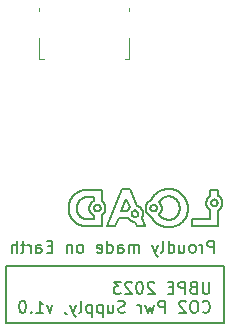
<source format=gbr>
%TF.GenerationSoftware,KiCad,Pcbnew,7.0.9*%
%TF.CreationDate,2023-11-11T09:59:11+01:00*%
%TF.ProjectId,CO2-PwrSupply,434f322d-5077-4725-9375-70706c792e6b,1.0*%
%TF.SameCoordinates,Original*%
%TF.FileFunction,Legend,Bot*%
%TF.FilePolarity,Positive*%
%FSLAX46Y46*%
G04 Gerber Fmt 4.6, Leading zero omitted, Abs format (unit mm)*
G04 Created by KiCad (PCBNEW 7.0.9) date 2023-11-11 09:59:11*
%MOMM*%
%LPD*%
G01*
G04 APERTURE LIST*
%ADD10C,0.200004*%
%ADD11C,0.150000*%
%ADD12C,0.120000*%
G04 APERTURE END LIST*
D10*
X78208056Y-33846833D02*
X78206829Y-33822702D01*
X71886082Y-33832432D02*
X71851772Y-33871326D01*
X65889989Y-34167280D02*
X65893433Y-34143419D01*
X67140477Y-34815084D02*
X67157517Y-34831304D01*
X74540881Y-34630753D02*
X74533672Y-34653741D01*
X70721233Y-34523599D02*
X70734262Y-34519845D01*
X74648303Y-33023556D02*
X74616845Y-33000750D01*
X76874616Y-33638843D02*
X76860800Y-33683086D01*
X67230892Y-34890142D02*
X67250463Y-34903263D01*
X72144063Y-33661723D02*
X72095679Y-33681880D01*
X68115460Y-33835040D02*
X68085146Y-33804770D01*
X73231831Y-35880415D02*
X73272311Y-35889836D01*
X70858206Y-34516735D02*
X70871490Y-34519845D01*
X71068834Y-34859133D02*
X71065132Y-34872346D01*
X77287114Y-34015553D02*
X77280500Y-34003892D01*
X65208660Y-34633391D02*
X65216459Y-34671529D01*
X73354555Y-35905721D02*
X73396319Y-35912184D01*
X72122461Y-34219818D02*
X72127379Y-34207173D01*
X74489819Y-34765369D02*
X74479641Y-34786699D01*
X70802876Y-34511076D02*
X70817003Y-34511438D01*
X74310819Y-35803323D02*
X74347909Y-35787089D01*
X67760991Y-34077400D02*
X67772133Y-34084644D01*
X72649424Y-34371660D02*
X72646357Y-34385131D01*
X67821871Y-34128326D02*
X67830503Y-34138431D01*
X70897277Y-35051125D02*
X70884519Y-35055504D01*
X71489390Y-34789552D02*
X71488701Y-34758086D01*
X74679105Y-33047096D02*
X74648303Y-33023556D01*
X74382041Y-34944491D02*
X74367826Y-34962634D01*
X74683597Y-35586371D02*
X74713663Y-35562443D01*
X73063630Y-33537530D02*
X73081425Y-33523025D01*
X70747546Y-34516735D02*
X70761066Y-34514285D01*
X77857908Y-35870868D02*
X77857908Y-34478488D01*
X72352329Y-34038512D02*
X72366272Y-34037436D01*
X67123990Y-33832806D02*
X67092734Y-33868047D01*
X72095679Y-33681880D02*
X72049232Y-33705577D01*
X77763408Y-33738454D02*
X77769473Y-33750461D01*
X72138945Y-34182831D02*
X72145559Y-34171169D01*
X73020699Y-34063990D02*
X73007099Y-34030964D01*
X72435729Y-34588366D02*
X72422209Y-34590816D01*
X66374114Y-32806333D02*
X66334368Y-32816006D01*
X77453340Y-33601466D02*
X77466624Y-33598356D01*
X73184087Y-32761279D02*
X73144699Y-32772720D01*
X77274435Y-33991885D02*
X77268934Y-33979550D01*
X72990956Y-35036400D02*
X72975476Y-35019739D01*
X77347297Y-34086044D02*
X77337332Y-34077290D01*
X73195827Y-33445261D02*
X73216156Y-33433840D01*
X73914878Y-35912184D02*
X73956507Y-35905721D01*
X67830503Y-34492668D02*
X67821871Y-34502773D01*
X71712899Y-34152150D02*
X71702444Y-34205303D01*
X66422622Y-33450792D02*
X66443899Y-33442554D01*
X65893433Y-34143419D02*
X65897402Y-34119802D01*
X71487550Y-34840967D02*
X71488927Y-34815379D01*
X76849867Y-34013796D02*
X76854966Y-34036674D01*
X74326594Y-33611953D02*
X74341668Y-33629061D01*
X72588782Y-33069123D02*
X72559317Y-33093723D01*
X66005568Y-34820132D02*
X65994934Y-34800996D01*
X72195777Y-34109432D02*
X72205742Y-34100678D01*
X78060747Y-33439743D02*
X78046596Y-33422185D01*
X77147593Y-34454857D02*
X77166591Y-34466982D01*
X70240810Y-35189490D02*
X70265031Y-35222354D01*
X70977533Y-35004423D02*
X70967159Y-35012691D01*
X67983785Y-34905089D02*
X68019216Y-34880939D01*
X67476244Y-34553699D02*
X67465102Y-34546455D01*
X72916198Y-33880163D02*
X72893797Y-33853236D01*
X73191780Y-35870013D02*
X73231831Y-35880415D01*
X72907079Y-33705420D02*
X72924325Y-33682423D01*
X65884681Y-34425875D02*
X65882819Y-34400991D01*
X77857908Y-32760231D02*
X77186000Y-32760231D01*
X72618884Y-33045223D02*
X72588782Y-33069123D01*
X73830291Y-35922138D02*
X73872806Y-35917656D01*
X77536081Y-34149286D02*
X77521954Y-34149648D01*
X65201779Y-34027824D02*
X65195815Y-34066564D01*
X74517650Y-34699194D02*
X74508824Y-34721618D01*
X69130410Y-35870868D02*
X69410566Y-35189490D01*
X74540881Y-33993110D02*
X74547557Y-34016081D01*
X70618255Y-34583434D02*
X70628219Y-34574680D01*
X73062970Y-34240562D02*
X73058117Y-34203897D01*
X77110883Y-34428807D02*
X77129019Y-34442128D01*
X74306606Y-35031715D02*
X74290352Y-35047981D01*
X74203739Y-35122609D02*
X74185348Y-35136202D01*
X74823222Y-33175872D02*
X74795722Y-33148636D01*
X76841923Y-33967221D02*
X76845515Y-33990641D01*
X65901895Y-34545571D02*
X65897402Y-34522258D01*
X65179759Y-34265739D02*
X65179301Y-34306663D01*
X72847284Y-32897474D02*
X72812773Y-32916489D01*
X71022915Y-34622954D02*
X71030572Y-34633872D01*
X70218656Y-34423805D02*
X70207247Y-34443189D01*
X72627918Y-34436262D02*
X72621853Y-34448269D01*
X75279572Y-34489120D02*
X75282879Y-34448443D01*
X70829752Y-35485445D02*
X70988088Y-35870868D01*
X77696611Y-33656301D02*
X77706576Y-33665055D01*
X66134285Y-34992186D02*
X66119589Y-34976567D01*
X77250513Y-33913572D02*
X77248766Y-33899638D01*
X74410770Y-33719587D02*
X74423337Y-33738686D01*
X76932282Y-33514524D02*
X76910465Y-33554453D01*
X66496094Y-35847999D02*
X66537673Y-35854074D01*
X72842555Y-34830434D02*
X72867797Y-34805901D01*
X72132880Y-34436262D02*
X72127379Y-34423927D01*
X72592284Y-34492668D02*
X72583652Y-34502773D01*
X72600438Y-34148952D02*
X72608095Y-34159870D01*
X73035871Y-35818612D02*
X73074203Y-35832927D01*
X65998636Y-35685638D02*
X66033625Y-35703017D01*
X74525928Y-33947762D02*
X74533672Y-33970336D01*
X74455325Y-35734213D02*
X74489849Y-35715193D01*
X67737652Y-34064542D02*
X67749492Y-34070693D01*
X72924325Y-33682423D02*
X72942259Y-33659973D01*
X69739216Y-32730606D02*
X68424614Y-35870868D01*
X70933750Y-35034408D02*
X70921910Y-35040559D01*
X75131600Y-33616890D02*
X75114374Y-33581809D01*
X73906172Y-32718946D02*
X73863982Y-32713460D01*
X77675470Y-34102078D02*
X77664328Y-34109323D01*
X73272311Y-35889836D02*
X73313219Y-35898271D01*
X65629479Y-35422344D02*
X65656647Y-35448107D01*
X71694441Y-34343826D02*
X71696095Y-34371815D01*
X75287131Y-34324437D02*
X75287131Y-34315550D01*
X73081425Y-33523025D02*
X73099586Y-33508963D01*
X72126613Y-34962600D02*
X72151367Y-34972042D01*
X73806665Y-33333950D02*
X73830769Y-33337858D01*
X73878095Y-33347468D02*
X73901316Y-33353167D01*
X67618617Y-34037073D02*
X67632745Y-34037436D01*
X66217866Y-32850534D02*
X66179940Y-32863878D01*
X72615239Y-34459930D02*
X72608095Y-34471229D01*
X72338589Y-34040283D02*
X72352329Y-34038512D01*
X65802319Y-33061032D02*
X65771877Y-33083194D01*
X70531435Y-34747153D02*
X70533851Y-34733442D01*
X73404333Y-35278135D02*
X73381433Y-35271865D01*
X71702614Y-34426847D02*
X71707437Y-34453847D01*
X77247706Y-33885500D02*
X77247348Y-33871173D01*
X71076063Y-34761087D02*
X71077124Y-34775226D01*
X77250513Y-33828774D02*
X77252929Y-33815063D01*
X72238025Y-34553699D02*
X72226883Y-34546455D01*
X67311878Y-35248739D02*
X66795677Y-35248739D01*
X70660502Y-35027701D02*
X70649360Y-35020457D01*
X65887071Y-34191384D02*
X65889989Y-34167280D01*
X67846314Y-34471229D02*
X67838656Y-34482148D01*
X74484473Y-32916854D02*
X74449752Y-32897705D01*
X67063873Y-34725705D02*
X67077997Y-34744633D01*
X66119589Y-34976567D02*
X66105296Y-34960594D01*
X75114374Y-33581809D02*
X75096413Y-33547273D01*
X72380399Y-34594025D02*
X72366272Y-34593663D01*
X72107211Y-34287085D02*
X72108958Y-34273151D01*
X72974138Y-34665360D02*
X72991072Y-34634038D01*
X77550024Y-33594135D02*
X77563764Y-33595906D01*
X66531693Y-33414836D02*
X66554318Y-33409221D01*
X72745626Y-32956610D02*
X72712994Y-32977716D01*
X72366272Y-34593663D02*
X72352329Y-34592587D01*
X78000926Y-34369889D02*
X78031900Y-34337237D01*
X66180738Y-33598937D02*
X66197003Y-33584980D01*
X72654647Y-34301223D02*
X72655005Y-34315550D01*
X66284181Y-33521583D02*
X66302788Y-33510184D01*
X73481127Y-35922138D02*
X73524171Y-35925627D01*
X67838656Y-34482148D02*
X67830503Y-34492668D01*
X72398921Y-33252848D02*
X72375064Y-33280989D01*
X74743096Y-35537809D02*
X74771897Y-35512470D01*
X74030147Y-32741369D02*
X73989253Y-32732902D01*
X74583606Y-34391031D02*
X74581737Y-34415821D01*
X73655855Y-33323108D02*
X73681726Y-33323410D01*
X66622213Y-35863411D02*
X66665175Y-35866675D01*
X74311182Y-33595241D02*
X74326594Y-33611953D01*
X69410566Y-35189490D02*
X70240810Y-35189490D01*
X70844686Y-34514285D02*
X70858206Y-34516735D01*
X65195815Y-34556060D02*
X65201779Y-34594901D01*
X73051412Y-34167855D02*
X73042907Y-34132488D01*
X72991904Y-33998823D02*
X72975165Y-33967620D01*
X73863982Y-32713460D02*
X73821358Y-32708970D01*
X68424614Y-35870868D02*
X69130410Y-35870868D01*
X67365598Y-34207173D02*
X67371099Y-34194838D01*
X66028059Y-33779372D02*
X66039916Y-33761023D01*
X72205742Y-34100678D02*
X72216116Y-34092410D01*
X67576808Y-34040283D02*
X67590548Y-34038512D01*
X72004886Y-33732648D02*
X71962803Y-33762925D01*
X77247348Y-33871173D02*
X77247706Y-33856846D01*
X67390922Y-34471229D02*
X67383778Y-34459930D01*
X75148092Y-33652515D02*
X75131600Y-33616890D01*
X66796846Y-32760232D02*
X66752492Y-32760693D01*
X65201779Y-34594901D02*
X65208660Y-34633391D01*
X70844686Y-35064818D02*
X70830946Y-35066589D01*
X76841923Y-33775125D02*
X76837078Y-33822702D01*
X71074316Y-34747153D02*
X71076063Y-34761087D01*
X72238025Y-34077400D02*
X72249524Y-34070693D01*
X65893433Y-34498633D02*
X65889989Y-34474695D01*
X77427552Y-34132746D02*
X77415083Y-34127758D01*
X67270495Y-33715380D02*
X67230892Y-33740956D01*
X72654647Y-34329876D02*
X72653587Y-34344015D01*
X74652896Y-35609596D02*
X74683597Y-35586371D01*
X73937773Y-35263747D02*
X73915119Y-35270831D01*
X70533851Y-34733442D02*
X70536918Y-34719971D01*
X78060747Y-34302603D02*
X78087358Y-34266095D01*
X77402920Y-33620165D02*
X77415083Y-33614587D01*
X70956392Y-35020457D02*
X70945250Y-35027701D01*
X66052180Y-34893176D02*
X66039916Y-34875441D01*
X73690875Y-32701480D02*
X73646507Y-32700980D01*
X74266495Y-32812975D02*
X74228172Y-32798569D01*
X70649360Y-34558647D02*
X70660502Y-34551402D01*
X75275320Y-34529465D02*
X75279572Y-34489120D01*
X67157517Y-34831304D02*
X67175093Y-34846935D01*
X73032652Y-34097849D02*
X73020699Y-34063990D01*
X72937261Y-33908237D02*
X72916198Y-33880163D01*
X65771877Y-33083194D02*
X65742088Y-33106063D01*
X71079200Y-34151900D02*
X71052069Y-34140482D01*
X66197003Y-33584980D02*
X66213658Y-33571449D01*
X73743945Y-35928121D02*
X73787337Y-35925627D01*
X66105541Y-35735643D02*
X66142466Y-35750887D01*
X74517650Y-33925387D02*
X74525928Y-33947762D01*
X73872806Y-35917656D02*
X73914878Y-35912184D01*
X67433996Y-34109432D02*
X67443961Y-34100678D01*
X65577210Y-35368949D02*
X65602964Y-35395942D01*
X67853458Y-34171169D02*
X67860071Y-34182831D01*
X73074203Y-35832927D02*
X73112965Y-35846267D01*
X66577215Y-33404135D02*
X66600385Y-33399578D01*
X77769473Y-33750461D02*
X77774974Y-33762796D01*
X72991544Y-32828369D02*
X72954550Y-32844602D01*
X70638594Y-35012691D02*
X70628219Y-35004423D01*
X73046199Y-33552476D02*
X73063630Y-33537530D01*
X73868920Y-35283139D02*
X73845377Y-35288364D01*
X72651840Y-34273151D02*
X72653587Y-34287085D01*
X72449013Y-34585256D02*
X72435729Y-34588366D01*
X75270123Y-34569477D02*
X75275320Y-34529465D01*
X66069261Y-32909094D02*
X66033626Y-32925624D01*
X67499584Y-34566557D02*
X67487743Y-34560406D01*
X73797409Y-35296961D02*
X73772985Y-35300335D01*
X77696611Y-34086044D02*
X77686236Y-34094312D01*
X72138945Y-34448269D02*
X72132880Y-34436262D01*
X72654388Y-35607731D02*
X72685813Y-35630590D01*
X71381301Y-35165198D02*
X71393780Y-35144631D01*
X67123990Y-34798291D02*
X67140477Y-34815084D01*
X67983785Y-35870868D02*
X67983785Y-34905089D01*
X76910465Y-34187893D02*
X76921060Y-34208058D01*
X70159574Y-34545803D02*
X70152004Y-34567363D01*
X65965487Y-33897339D02*
X65974893Y-33876751D01*
X74295398Y-33578987D02*
X74311182Y-33595241D01*
X67737652Y-34566557D02*
X67725488Y-34572135D01*
X74189423Y-32785150D02*
X74150246Y-32772720D01*
X70817003Y-35067665D02*
X70802876Y-35068027D01*
X72273966Y-35199193D02*
X72294147Y-35229633D01*
X66256245Y-32838106D02*
X66217866Y-32850534D01*
X73007099Y-34030964D02*
X72991904Y-33998823D01*
X75269769Y-34070571D02*
X75263503Y-34030901D01*
X65897555Y-32998775D02*
X65865159Y-33018822D01*
X74572925Y-34133853D02*
X74576396Y-34157981D01*
X70802875Y-35485741D02*
X70816314Y-35485704D01*
X71822716Y-34721562D02*
X71838302Y-34742682D01*
X72226883Y-34084644D02*
X72238025Y-34077400D01*
X72111374Y-34259440D02*
X72114441Y-34245969D01*
X73042907Y-34132488D02*
X73032652Y-34097849D01*
X70734262Y-34519845D02*
X70747546Y-34516735D01*
X70945250Y-35027701D02*
X70933750Y-35034408D01*
X70649360Y-35020457D02*
X70638594Y-35012691D01*
X70176718Y-34503677D02*
X70167816Y-34524569D01*
X66953411Y-34488286D02*
X66959769Y-34511797D01*
X67433996Y-34521667D02*
X67424459Y-34512446D01*
X71485273Y-34866301D02*
X71487550Y-34840967D01*
X74108225Y-35186181D02*
X74088054Y-35197583D01*
X75207289Y-34840134D02*
X75219100Y-34802488D01*
X72216116Y-34538689D02*
X72205742Y-34530421D01*
X67890058Y-34357949D02*
X67887642Y-34371660D01*
X74954159Y-35317027D02*
X74977228Y-35286723D01*
X65398605Y-35131691D02*
X65418260Y-35163425D01*
X68292024Y-34179382D02*
X68287385Y-34157492D01*
X74581737Y-34415821D02*
X74579333Y-34440426D01*
X72653587Y-34287085D02*
X72654647Y-34301223D01*
X70549856Y-34681175D02*
X70555357Y-34668840D01*
X66091409Y-33691453D02*
X66105296Y-33675029D01*
X77415083Y-34127758D02*
X77402920Y-34122180D01*
X66105296Y-33675029D02*
X66119589Y-33658995D01*
X75263981Y-34609155D02*
X75270123Y-34569477D01*
X67884575Y-34245969D02*
X67887642Y-34259440D01*
X65998637Y-32942857D02*
X65964295Y-32960793D01*
X73110405Y-35140313D02*
X73092156Y-35126836D01*
X75239887Y-34726172D02*
X75248863Y-34687504D01*
X67371099Y-34436262D02*
X67365598Y-34423927D01*
X70568036Y-34645171D02*
X70575180Y-34633872D01*
X72394526Y-34593663D02*
X72380399Y-34594025D01*
X68269495Y-34093440D02*
X68262245Y-34072668D01*
X72325069Y-34588366D02*
X72311785Y-34585256D01*
X67880874Y-34398344D02*
X67876555Y-34411282D01*
X72583652Y-34128326D02*
X72592284Y-34138431D01*
X73314173Y-35249473D02*
X73292232Y-35240815D01*
X65311802Y-34964097D02*
X65327631Y-34998808D01*
X67700261Y-34581502D02*
X67687231Y-34585256D01*
X72453963Y-35428763D02*
X72479433Y-35455228D01*
X78152701Y-34146417D02*
X78169291Y-34103503D01*
X77186000Y-32760231D02*
X77186000Y-33263858D01*
X71871733Y-34783014D02*
X71889534Y-34802183D01*
X70599623Y-34976775D02*
X70590991Y-34966670D01*
X74447219Y-33777875D02*
X74458534Y-33797963D01*
X66554318Y-35223107D02*
X66531693Y-35217689D01*
X73734806Y-32702979D02*
X73690875Y-32701480D01*
X77379580Y-33633023D02*
X77391080Y-33626316D01*
X72246823Y-33461404D02*
X72227929Y-33493406D01*
X70708475Y-34527978D02*
X70721233Y-34523599D01*
X77521954Y-34149648D02*
X77507826Y-34149286D01*
X72205742Y-34530421D02*
X72195777Y-34521667D01*
X65256828Y-34820603D02*
X65269214Y-34857007D01*
X67344370Y-34329876D02*
X67344013Y-34315550D01*
X74533672Y-34653741D02*
X74525928Y-34676555D01*
X70921910Y-35040559D02*
X70909747Y-35046137D01*
X71022915Y-34956149D02*
X71014761Y-34966670D01*
X75180833Y-34914395D02*
X75194533Y-34877437D01*
X72105793Y-34315550D02*
X72106151Y-34301223D01*
X68236799Y-34012252D02*
X68216871Y-33973676D01*
X68262245Y-34072668D02*
X68254371Y-34052205D01*
X71482114Y-34891365D02*
X71485273Y-34866301D01*
X75058281Y-33479844D02*
X75038110Y-33446953D01*
X67673948Y-34588366D02*
X67660427Y-34590816D01*
X74262709Y-33547857D02*
X74279241Y-33563192D01*
X78016672Y-33388528D02*
X78000926Y-33372457D01*
X72108958Y-34357949D02*
X72107211Y-34344015D01*
X77563764Y-33595906D02*
X77577284Y-33598356D01*
X73029135Y-33567865D02*
X73046199Y-33552476D01*
X70555709Y-35439264D02*
X70594609Y-35453131D01*
X74621560Y-35632118D02*
X74652896Y-35609596D01*
X73074302Y-35112902D02*
X73056842Y-35098511D01*
X66537673Y-35854074D02*
X66579712Y-35859211D01*
X72209743Y-33525961D02*
X72192264Y-33559070D01*
X70529688Y-34761087D02*
X70531435Y-34747153D01*
X73042650Y-34499758D02*
X73051248Y-34464198D01*
X66360949Y-35155652D02*
X66341172Y-35145746D01*
X65216459Y-34671529D02*
X65225175Y-34709318D01*
X66005568Y-33817204D02*
X66016609Y-33798100D01*
X68303645Y-34269319D02*
X68301803Y-34246502D01*
X75286658Y-34366100D02*
X75287131Y-34324437D01*
X78206829Y-33919644D02*
X78208468Y-33871173D01*
X70759654Y-35484384D02*
X70802875Y-35485741D01*
X65833413Y-33039574D02*
X65802319Y-33061032D01*
X70672002Y-35034408D02*
X70660502Y-35027701D01*
X67803239Y-34521667D02*
X67793274Y-34530421D01*
X74273741Y-35063799D02*
X74256775Y-35079169D01*
X74572925Y-34489089D02*
X74568919Y-34513148D01*
X72261365Y-34064542D02*
X72273528Y-34058964D01*
X70346563Y-34269632D02*
X70346564Y-34269632D01*
X74905772Y-35375859D02*
X74930340Y-35346739D01*
X78183108Y-33683086D02*
X78176553Y-33660805D01*
X66028059Y-34857355D02*
X66016609Y-34838919D01*
X73748270Y-35303093D02*
X73723264Y-35305237D01*
X73558442Y-32702979D02*
X73515076Y-32705476D01*
X77774974Y-33979550D02*
X77769473Y-33991885D01*
X77268934Y-33762796D02*
X77274435Y-33750461D01*
X78133443Y-33554453D02*
X78122848Y-33534288D01*
X70933750Y-34544695D02*
X70945250Y-34551402D01*
X76956550Y-33476251D02*
X76932282Y-33514524D01*
X74800066Y-35486424D02*
X74827605Y-35459671D01*
X73207545Y-35200807D02*
X73187332Y-35189630D01*
X72750612Y-35674111D02*
X72783988Y-35694772D01*
X78087358Y-33476251D02*
X78074339Y-33457770D01*
X74489971Y-33860201D02*
X74499615Y-33881602D01*
X73228149Y-35211521D02*
X73207545Y-35200807D01*
X65552218Y-33285521D02*
X65527986Y-33313643D01*
X73821358Y-32708970D02*
X73778300Y-32705476D01*
X73646507Y-35307991D02*
X73621211Y-35307692D01*
X73249144Y-35221772D02*
X73228149Y-35211521D01*
X71854649Y-34763173D02*
X71871733Y-34783014D01*
X66671542Y-35242367D02*
X66647548Y-35239553D01*
X66077927Y-34927590D02*
X66064850Y-34910559D01*
X67415365Y-34502773D02*
X67406733Y-34492668D01*
X72298755Y-34581502D02*
X72285997Y-34577123D01*
X72918175Y-32861531D02*
X72882419Y-32879154D01*
X75666904Y-35248741D02*
X75666904Y-35870868D01*
X68194681Y-33936572D02*
X68170320Y-33901035D01*
X65245360Y-33839651D02*
X65234809Y-33876546D01*
X74579333Y-34440426D02*
X74576396Y-34464849D01*
X66932554Y-34340991D02*
X66933894Y-34366204D01*
X71077124Y-34803878D02*
X71076063Y-34818017D01*
X70747546Y-35062368D02*
X70734262Y-35059257D01*
X75205710Y-33799802D02*
X75192716Y-33762435D01*
X65438679Y-35194564D02*
X65459862Y-35225110D01*
X65771876Y-35544251D02*
X65802318Y-35566551D01*
X72544682Y-34538689D02*
X72533915Y-34546455D01*
X71077124Y-34775226D02*
X71077482Y-34789552D01*
X73118110Y-33495342D02*
X73136997Y-33482161D01*
X72924023Y-35770079D02*
X72960668Y-35787069D01*
X66992878Y-34028801D02*
X66974820Y-34073311D01*
X74977228Y-35286723D02*
X74999544Y-35255826D01*
X73854579Y-33342364D02*
X73878095Y-33347468D01*
X66230704Y-35076934D02*
X66213658Y-35063911D01*
X66374113Y-35824131D02*
X66414315Y-35833029D01*
X77186000Y-33263858D02*
X77147593Y-33287489D01*
X66064850Y-34910559D02*
X66052180Y-34893176D01*
X71037716Y-34645171D02*
X71044330Y-34656833D01*
X72565021Y-34109432D02*
X72574559Y-34118654D01*
X72160360Y-34482148D02*
X72152703Y-34471229D01*
X70938133Y-34106693D02*
X70362046Y-32730606D01*
X75192716Y-33762435D02*
X75178763Y-33725396D01*
X70568036Y-34933932D02*
X70561422Y-34922270D01*
X70987498Y-34583434D02*
X70997035Y-34592656D01*
X71488701Y-34758086D02*
X71486653Y-34726976D01*
X71457049Y-34577808D02*
X71447460Y-34549459D01*
X70590991Y-34612433D02*
X70599623Y-34602328D01*
X74950027Y-33320909D02*
X74926154Y-33290785D01*
X75219100Y-34802488D02*
X75229966Y-34764501D01*
X74973159Y-33351590D02*
X74950027Y-33320909D01*
X72106151Y-34301223D02*
X72107211Y-34287085D01*
X72533915Y-34084644D02*
X72544682Y-34092410D01*
X72555056Y-34530421D02*
X72544682Y-34538689D01*
X73257891Y-33412314D02*
X73279294Y-33402207D01*
X72227929Y-33493406D02*
X72209743Y-33525961D01*
X74499547Y-34743676D02*
X74489819Y-34765369D01*
X65183429Y-34184977D02*
X65181136Y-34225176D01*
X70660502Y-34551402D02*
X70672002Y-34544695D01*
X77059234Y-34385437D02*
X77075976Y-34400448D01*
X66443899Y-35190740D02*
X66422622Y-35182675D01*
X66932103Y-34315549D02*
X66932554Y-34340991D01*
X65225175Y-34709318D02*
X65234809Y-34746759D01*
X78194041Y-34013796D02*
X78201984Y-33967221D01*
X71044330Y-34922270D02*
X71037716Y-34933932D01*
X74850072Y-33203759D02*
X74823222Y-33175872D01*
X67050378Y-34706283D02*
X67063873Y-34725705D01*
X72394526Y-34037436D02*
X72408469Y-34038512D01*
X70628219Y-34574680D02*
X70638594Y-34566412D01*
X66033626Y-32925624D02*
X65998637Y-32942857D01*
X71889534Y-34802183D02*
X71908032Y-34820659D01*
X67876555Y-34219818D02*
X67880874Y-34232756D01*
X77877316Y-33275364D02*
X77857908Y-33263858D01*
X71713272Y-34480474D02*
X71720101Y-34506708D01*
X77075976Y-33341898D02*
X77042982Y-33372457D01*
X75194533Y-34877437D02*
X75207289Y-34840134D01*
X66992878Y-34602297D02*
X67002997Y-34623958D01*
X67344013Y-34315550D02*
X67344370Y-34301223D01*
X72127379Y-34207173D02*
X72132880Y-34194838D01*
X70683842Y-35040559D02*
X70672002Y-35034408D01*
X65629480Y-33204609D02*
X65602965Y-33231004D01*
X72168514Y-34138431D02*
X72177146Y-34128326D01*
X72122461Y-34411282D02*
X72118143Y-34398344D01*
X75248863Y-34687504D02*
X75256895Y-34648498D01*
X66334367Y-35814290D02*
X66374113Y-35824131D01*
X73522425Y-35300527D02*
X73498327Y-35297243D01*
X67454335Y-34538689D02*
X67443961Y-34530421D01*
X65256828Y-33803127D02*
X65245360Y-33839651D01*
X77012008Y-33405109D02*
X76983161Y-33439743D01*
X71071901Y-34845662D02*
X71068834Y-34859133D01*
X66341172Y-33488671D02*
X66360949Y-33478557D01*
X65901895Y-34096427D02*
X65906910Y-34073295D01*
X67803239Y-34109432D02*
X67812777Y-34118654D01*
X72685813Y-35630590D02*
X72717887Y-35652716D01*
X74025404Y-35229188D02*
X74003946Y-35238763D01*
X76854966Y-34036674D02*
X76860800Y-34059260D01*
X70594609Y-35453131D02*
X70634533Y-35464657D01*
X71077482Y-34789552D02*
X71077124Y-34803878D01*
X67063873Y-33905392D02*
X67037527Y-33944716D01*
X72871746Y-34880926D02*
X72856810Y-34855944D01*
X66256244Y-35791772D02*
X66295078Y-35803504D01*
X70871490Y-35059257D02*
X70858206Y-35062368D01*
X77749650Y-33715493D02*
X77756794Y-33726792D01*
X77186000Y-35248741D02*
X75666904Y-35248741D01*
X68245885Y-34032062D02*
X68236799Y-34012252D01*
X66600385Y-33399578D02*
X66623829Y-33395553D01*
X73058024Y-34427946D02*
X73062928Y-34391053D01*
X72920607Y-34952708D02*
X72903648Y-34929308D01*
X72555056Y-34100678D02*
X72565021Y-34109432D01*
X73821540Y-35292971D02*
X73797409Y-35296961D01*
X71411883Y-34467915D02*
X71397851Y-34442000D01*
X72408469Y-34038512D02*
X72422209Y-34040283D01*
X73412999Y-33354007D02*
X73436163Y-33348136D01*
X65880422Y-34324437D02*
X65880422Y-34315550D01*
X67793274Y-34530421D02*
X67782900Y-34538689D01*
X70207247Y-34443189D02*
X70196446Y-34462973D01*
X68053034Y-34854654D02*
X68085146Y-34826329D01*
X71851772Y-33871326D02*
X71820378Y-33912759D01*
X74147498Y-35162068D02*
X74128039Y-35174343D01*
X77294258Y-34026852D02*
X77287114Y-34015553D01*
X73345012Y-33375326D02*
X73367423Y-33367602D01*
X77652828Y-33626316D02*
X77664328Y-33633023D01*
X72462043Y-34049597D02*
X72474801Y-34053976D01*
X74576396Y-34157981D02*
X74579333Y-34182298D01*
X77357671Y-34094312D02*
X77347297Y-34086044D01*
X65361588Y-35066440D02*
X65379714Y-35099363D01*
X74228513Y-33518567D02*
X74245800Y-33532981D01*
X71488927Y-34815379D02*
X71489390Y-34789552D01*
X66039916Y-33761023D02*
X66052180Y-33743054D01*
X72049232Y-33705577D02*
X72004886Y-33732648D01*
X75286648Y-34273889D02*
X75285200Y-34232562D01*
X65882819Y-34240321D02*
X65884681Y-34215731D01*
X75256274Y-33991562D02*
X75248084Y-33952552D01*
X77716113Y-33674277D02*
X77725207Y-33683949D01*
X70540620Y-34706758D02*
X70544938Y-34693820D01*
X70977533Y-34574680D02*
X70987498Y-34583434D01*
X66265965Y-35101651D02*
X66248139Y-35089514D01*
X74347909Y-35787089D02*
X74384356Y-35770160D01*
X72565021Y-34521667D02*
X72555056Y-34530421D01*
X66939184Y-34415881D02*
X66943102Y-34440313D01*
X70628219Y-35004423D02*
X70618255Y-34995669D01*
X73655855Y-35930118D02*
X73700117Y-35929619D01*
X73066913Y-34315550D02*
X73065919Y-34277797D01*
X66164864Y-33613319D02*
X66180738Y-33598937D01*
X70599623Y-34602328D02*
X70608717Y-34592656D01*
X75077716Y-33513285D02*
X75058281Y-33479844D01*
X70816314Y-35485704D02*
X70823006Y-35485616D01*
X70721233Y-35055504D02*
X70708475Y-35051125D01*
X76874616Y-34103503D02*
X76882572Y-34125133D01*
X70256401Y-34368184D02*
X70243246Y-34386287D01*
X70956392Y-34558647D02*
X70967159Y-34566412D01*
X73787337Y-35925627D02*
X73830291Y-35922138D01*
X72118143Y-34398344D02*
X72114441Y-34385131D01*
X73065919Y-34277797D02*
X73062970Y-34240562D01*
X72680992Y-32999520D02*
X72649621Y-33022022D01*
X67499584Y-34064542D02*
X67511747Y-34058964D01*
X67887642Y-34259440D02*
X67890058Y-34273151D01*
X78204801Y-33798795D02*
X78201984Y-33775125D01*
X71052069Y-34140482D02*
X71024368Y-34130222D01*
X67390922Y-34159870D02*
X67398579Y-34148952D01*
X74523734Y-35695474D02*
X74556980Y-35675056D01*
X66622214Y-32767615D02*
X66579714Y-32771766D01*
X72381504Y-35346402D02*
X72404998Y-35374351D01*
X67713019Y-34577123D02*
X67700261Y-34581502D01*
X72649424Y-34259440D02*
X72651840Y-34273151D01*
X72487270Y-34572135D02*
X72474801Y-34577123D01*
X65897402Y-34522258D02*
X65893433Y-34498633D01*
X67025337Y-34666016D02*
X67037527Y-34686381D01*
X77616355Y-33609599D02*
X77628825Y-33614587D01*
X77507826Y-33593059D02*
X77521954Y-33592697D01*
X67398579Y-34148952D02*
X67406733Y-34138431D01*
X77741993Y-33704575D02*
X77749650Y-33715493D01*
X70379409Y-35337621D02*
X70411975Y-35361990D01*
X77415083Y-33614587D02*
X77427552Y-33609599D01*
X66943102Y-34440313D02*
X66947850Y-34464453D01*
X73498327Y-35297243D02*
X73474469Y-35293361D01*
X66579712Y-35859211D02*
X66622213Y-35863411D01*
X74370562Y-33664276D02*
X74384382Y-33682382D01*
X67424459Y-34512446D02*
X67415365Y-34502773D01*
X65327632Y-33626387D02*
X65311802Y-33660805D01*
X73947929Y-32725427D02*
X73906172Y-32718946D01*
X74446405Y-34848531D02*
X74434429Y-34868428D01*
X68305132Y-34315550D02*
X68304758Y-34292339D01*
X72183053Y-35039464D02*
X72199900Y-35072416D01*
X78031900Y-34337237D02*
X78060747Y-34302603D01*
X72358672Y-35317956D02*
X72381504Y-35346402D01*
X67687231Y-34045843D02*
X67700261Y-34049597D01*
X77327794Y-33674277D02*
X77337332Y-33665055D01*
X66381116Y-35165110D02*
X66360949Y-35155652D01*
X72499433Y-34566557D02*
X72487270Y-34572135D01*
X72152703Y-34159870D02*
X72160360Y-34148952D01*
X71014761Y-34966670D02*
X71006129Y-34976775D01*
X73144699Y-32772720D02*
X73105752Y-32785150D01*
X72254450Y-35168252D02*
X72273966Y-35199193D01*
X72559317Y-33093723D02*
X72530490Y-33119023D01*
X65527985Y-35313190D02*
X65552217Y-35341365D01*
X71693885Y-34315550D02*
X71694441Y-34343826D01*
X74174365Y-33478089D02*
X74192797Y-33491120D01*
X72151367Y-34972042D02*
X72166875Y-35006006D01*
D11*
X59914000Y-39243000D02*
X78354400Y-39243000D01*
X78354400Y-44069000D01*
X59914000Y-44069000D01*
X59914000Y-39243000D01*
D10*
X65225175Y-33913812D02*
X65216459Y-33951447D01*
X73772985Y-35300335D02*
X73748270Y-35303093D01*
X71065132Y-34872346D02*
X71060814Y-34885284D01*
X71792066Y-33956563D02*
X71766999Y-34002571D01*
X70608717Y-34592656D02*
X70618255Y-34583434D01*
X66665177Y-32764385D02*
X66622214Y-32767615D01*
X70717136Y-35480363D02*
X70759654Y-35484384D01*
X71006129Y-34602328D02*
X71014761Y-34612433D01*
X70531435Y-34831951D02*
X70529688Y-34818017D01*
X72646357Y-34245969D02*
X72649424Y-34259440D01*
X77027236Y-34353818D02*
X77042982Y-34369889D01*
X70788748Y-34511438D02*
X70802876Y-34511076D01*
X72462043Y-34581502D02*
X72449013Y-34585256D01*
X65947904Y-34700083D02*
X65939780Y-34678933D01*
X70186265Y-34483140D02*
X70176718Y-34503677D01*
X77280500Y-34003892D02*
X77274435Y-33991885D01*
X66414315Y-35833029D02*
X66454975Y-35840984D01*
X71014761Y-34612433D02*
X71022915Y-34622954D01*
X66230704Y-33558343D02*
X66248139Y-33545663D01*
X65742087Y-35521255D02*
X65771876Y-35544251D01*
X71780723Y-34654642D02*
X71793905Y-34677521D01*
X72954550Y-32844602D02*
X72918175Y-32861531D01*
X73723264Y-35305237D02*
X73697967Y-35306767D01*
X72127379Y-34423927D02*
X72122461Y-34411282D01*
X77616355Y-34132746D02*
X77603597Y-34137125D01*
X67487743Y-34070693D02*
X67499584Y-34064542D01*
X73067243Y-32798569D02*
X73029174Y-32812975D01*
X78201984Y-33775125D02*
X78198393Y-33751705D01*
X78169291Y-34103503D02*
X78183108Y-34059260D01*
X72891784Y-34780108D02*
X72914462Y-34753105D01*
X77733839Y-34048291D02*
X77725207Y-34058396D01*
X72642655Y-34232756D02*
X72646357Y-34245969D01*
X65190769Y-34516866D02*
X65195815Y-34556060D01*
X65179759Y-34356530D02*
X65181136Y-34397150D01*
X65925079Y-34635714D02*
X65918504Y-34613642D01*
X73175856Y-33457121D02*
X73195827Y-33445261D01*
X65179301Y-34315550D02*
X65179759Y-34356530D01*
X77093197Y-34414910D02*
X77110883Y-34428807D01*
X72544682Y-34092410D02*
X72555056Y-34100678D01*
X66179940Y-32863878D02*
X66142467Y-32878140D01*
X66579714Y-32771766D02*
X66537675Y-32776839D01*
X72621853Y-34448269D02*
X72615239Y-34459930D01*
X70672002Y-34544695D02*
X70683842Y-34538544D01*
X74290352Y-35047981D02*
X74273741Y-35063799D01*
X77933025Y-33313539D02*
X77914888Y-33300218D01*
X74589588Y-35653938D02*
X74621560Y-35632118D01*
X70734262Y-35059257D02*
X70721233Y-35055504D01*
X77756794Y-33726792D02*
X77763408Y-33738454D01*
X66745186Y-35247723D02*
X66720360Y-35246451D01*
X67838656Y-34148952D02*
X67846314Y-34159870D01*
X74003946Y-35238763D02*
X73982188Y-35247714D01*
X74128039Y-35174343D02*
X74108225Y-35186181D01*
X74469012Y-34807669D02*
X74457933Y-34828279D01*
X65984709Y-33856532D02*
X65994934Y-33836682D01*
X67793274Y-34100678D02*
X67803239Y-34109432D01*
X70299153Y-34316664D02*
X70284367Y-34333358D01*
X74414382Y-32879283D02*
X74378365Y-32861588D01*
X77763408Y-34003892D02*
X77756794Y-34015553D01*
X67383778Y-34171169D02*
X67390922Y-34159870D01*
X72996110Y-33599973D02*
X73012438Y-33583697D01*
X75041912Y-35192252D02*
X75061959Y-35159575D01*
X70997035Y-34986447D02*
X70987498Y-34995669D01*
X74384356Y-35770160D02*
X74420161Y-35752535D01*
X74584732Y-32978679D02*
X74551964Y-32957340D01*
X74136344Y-33453414D02*
X74155548Y-33465520D01*
X68301803Y-34246502D02*
X68299244Y-34223898D01*
X73099586Y-33508963D02*
X73118110Y-33495342D01*
X72633419Y-34207173D02*
X72638337Y-34219818D01*
X71967486Y-34871715D02*
X71988555Y-34887205D01*
X77480144Y-33595906D02*
X77493884Y-33594135D01*
X77264016Y-33775441D02*
X77268934Y-33762796D01*
X77268934Y-33979550D02*
X77264016Y-33966905D01*
X72712994Y-32977716D02*
X72680992Y-32999520D01*
X67077997Y-34744633D02*
X67092734Y-34763050D01*
X67511747Y-34572135D02*
X67499584Y-34566557D01*
X77440311Y-34137125D02*
X77427552Y-34132746D01*
X71696095Y-34371815D02*
X71698827Y-34399496D01*
X78206829Y-33822702D02*
X78204801Y-33798795D01*
X77466624Y-33598356D02*
X77480144Y-33595906D01*
X70196446Y-34462973D02*
X70186265Y-34483140D01*
X70481309Y-35404828D02*
X70517916Y-35423136D01*
X72956524Y-34997923D02*
X72938233Y-34975579D01*
X72192264Y-33559070D02*
X72175491Y-33592733D01*
X67576808Y-34590816D02*
X67563287Y-34588366D01*
X66401674Y-33459617D02*
X66422622Y-33450792D01*
X73390085Y-33360495D02*
X73412999Y-33354007D01*
X65179301Y-34306663D02*
X65179301Y-34315550D01*
X77337332Y-34077290D02*
X77327794Y-34068069D01*
X66708602Y-32762078D02*
X66665177Y-32764385D01*
X77984674Y-33356909D02*
X77967931Y-33341898D01*
X75229966Y-34764501D02*
X75239887Y-34726172D01*
X70708475Y-35051125D02*
X70696005Y-35046137D01*
X66091409Y-34944269D02*
X66077927Y-34927590D01*
X67887642Y-34371660D02*
X67884575Y-34385131D01*
X70318882Y-35283386D02*
X70348352Y-35311393D01*
X72955691Y-34695680D02*
X72974138Y-34665360D01*
X76835851Y-33895513D02*
X76837078Y-33919644D01*
X68282076Y-34135864D02*
X68276109Y-34114510D01*
X66119589Y-33658995D02*
X66134285Y-33643356D01*
X77795142Y-33842708D02*
X77796202Y-33856846D01*
X74559306Y-34062610D02*
X74564380Y-34086166D01*
X66933894Y-34264893D02*
X66932103Y-34315549D01*
X71060814Y-34693820D02*
X71065132Y-34706758D01*
X66577215Y-35228000D02*
X66554318Y-35223107D01*
X65947904Y-33939607D02*
X65956490Y-33918291D01*
X66052180Y-33743054D02*
X66064850Y-33725468D01*
X74508841Y-33903331D02*
X74517650Y-33925387D01*
X65234809Y-34746759D02*
X65245360Y-34783854D01*
X65344227Y-33592540D02*
X65327632Y-33626387D01*
X72168514Y-34492668D02*
X72160360Y-34482148D01*
X67866137Y-34436262D02*
X67860071Y-34448269D01*
X72108958Y-34273151D02*
X72111374Y-34259440D01*
X67550004Y-34585256D02*
X67536974Y-34581502D01*
X72818016Y-35714700D02*
X72852698Y-35733894D01*
X67344370Y-34301223D02*
X67345431Y-34287085D01*
X66531693Y-35217689D02*
X66509340Y-35211745D01*
X77769473Y-33991885D02*
X77763408Y-34003892D01*
X72646357Y-34385131D02*
X72642655Y-34398344D01*
X65906910Y-34073295D02*
X65912447Y-34050406D01*
X71427029Y-35080215D02*
X71436662Y-35057893D01*
X75017199Y-33414613D02*
X74995549Y-33382825D01*
X76944116Y-34247172D02*
X76956550Y-34266095D01*
X67760991Y-34553699D02*
X67749492Y-34560406D01*
X72422209Y-34040283D02*
X72435729Y-34042733D01*
X67563287Y-34588366D02*
X67550004Y-34585256D01*
X72177146Y-34128326D02*
X72186239Y-34118654D01*
X65802318Y-35566551D02*
X65833413Y-35588154D01*
X74435487Y-33758116D02*
X74447219Y-33777875D01*
X74210846Y-33504613D02*
X74228513Y-33518567D01*
X65684473Y-33153921D02*
X65656648Y-33178911D01*
X70884519Y-35055504D02*
X70871490Y-35059257D01*
X67193192Y-34861962D02*
X67211796Y-34876370D01*
X72593484Y-35559819D02*
X72623612Y-35584140D01*
X66179939Y-35765465D02*
X66217865Y-35779093D01*
X67604490Y-34593663D02*
X67590548Y-34592587D01*
X74192797Y-33491120D02*
X74210846Y-33504613D01*
X74479910Y-33839127D02*
X74489971Y-33860201D01*
X72285997Y-34577123D02*
X72273528Y-34572135D01*
X78176553Y-33660805D02*
X78169291Y-33638843D01*
X66770292Y-35248486D02*
X66745186Y-35247723D01*
X78152701Y-33595929D02*
X78143398Y-33575004D01*
X71927203Y-34838421D02*
X71947029Y-34855446D01*
X66197003Y-35050446D02*
X66180738Y-35036540D01*
X73012438Y-33583697D02*
X73029135Y-33567865D01*
X67347178Y-34273151D02*
X67349593Y-34259440D01*
X71055896Y-34681175D02*
X71060814Y-34693820D01*
X74304393Y-32828369D02*
X74266495Y-32812975D01*
X73300947Y-33392629D02*
X73322854Y-33383669D01*
X72935782Y-34724945D02*
X72955691Y-34695680D01*
X66745186Y-33383440D02*
X66770292Y-33382629D01*
X65974893Y-34761676D02*
X65965487Y-34741493D01*
X77347297Y-33656301D02*
X77357671Y-33648033D01*
X72311785Y-34045843D02*
X72325069Y-34042733D01*
X72980150Y-33616693D02*
X72996110Y-33599973D01*
X72888033Y-35752354D02*
X72924023Y-35770079D01*
X66974820Y-34557786D02*
X66983481Y-34580234D01*
X72499433Y-34064542D02*
X72511274Y-34070693D01*
X72638337Y-34219818D02*
X72642655Y-34232756D01*
X66213658Y-35063911D02*
X66197003Y-35050446D01*
X67812777Y-34512446D02*
X67803239Y-34521667D01*
X75038110Y-33446953D02*
X75017199Y-33414613D01*
X71702444Y-34205303D02*
X71696052Y-34259826D01*
X66360949Y-33478557D02*
X66381116Y-33468872D01*
X65481808Y-33371609D02*
X65459862Y-33401453D01*
X65865158Y-35609057D02*
X65897554Y-35629258D01*
X74420161Y-35752535D02*
X74455325Y-35734213D01*
X77368438Y-34102078D02*
X77357671Y-34094312D01*
X67871637Y-34207173D02*
X67876555Y-34219818D01*
X67454335Y-34092410D02*
X67465102Y-34084644D01*
X66600385Y-35232372D02*
X66577215Y-35228000D01*
X68292024Y-34451718D02*
X68299244Y-34407201D01*
X78000926Y-33372457D02*
X77984674Y-33356909D01*
X74585742Y-34281423D02*
X74586009Y-34306662D01*
X74118535Y-35870013D02*
X74157910Y-35858629D01*
X65296739Y-34928790D02*
X65311802Y-34964097D01*
X68276109Y-34114510D02*
X68269495Y-34093440D01*
X74479641Y-34786699D02*
X74469012Y-34807669D01*
X67013822Y-34645203D02*
X67025337Y-34666016D01*
X73304894Y-32732902D02*
X73264184Y-32741369D01*
X71447460Y-34549459D02*
X71436717Y-34521673D01*
X70243246Y-34386287D02*
X70230660Y-34404833D01*
X67646687Y-34592587D02*
X67632745Y-34593663D01*
X70529688Y-34818017D02*
X70528627Y-34803878D01*
X67590548Y-34038512D02*
X67604490Y-34037436D01*
X71820378Y-33912759D02*
X71792066Y-33956563D01*
X71720101Y-34506708D02*
X71727900Y-34532526D01*
X67524216Y-34053976D02*
X67536974Y-34049597D01*
X67821871Y-34502773D02*
X67812777Y-34512446D01*
X66454975Y-35840984D02*
X66496094Y-35847999D01*
X70528270Y-34789552D02*
X70528627Y-34775226D01*
X74196829Y-35846267D02*
X74235288Y-35832927D01*
X70582837Y-34622954D02*
X70590991Y-34612433D01*
X72273528Y-34572135D02*
X72261365Y-34566557D01*
X66443899Y-33442554D02*
X66465443Y-33434838D01*
X66302788Y-35124591D02*
X66284181Y-35113343D01*
X67860071Y-34448269D02*
X67853458Y-34459930D01*
X72199900Y-35072416D02*
X72217416Y-35104865D01*
X71766999Y-34002571D02*
X71745340Y-34050616D01*
X75217744Y-33837497D02*
X75205710Y-33799802D01*
X72852698Y-35733894D02*
X72888033Y-35752354D01*
X74367826Y-34962634D02*
X74353165Y-34980432D01*
X77675470Y-33640268D02*
X77686236Y-33648033D01*
X67349593Y-34259440D02*
X67352660Y-34245969D01*
X73427472Y-35283807D02*
X73404333Y-35278135D01*
X77521954Y-33592697D02*
X77536081Y-33593059D01*
X77779892Y-33775441D02*
X77784210Y-33788379D01*
X67884575Y-34385131D02*
X67880874Y-34398344D01*
X68269495Y-34537659D02*
X68282076Y-34495235D01*
X67646687Y-34038512D02*
X67660427Y-34040283D01*
X77294258Y-33715493D02*
X77301915Y-33704575D01*
X67371099Y-34194838D02*
X67377165Y-34182831D01*
X73697967Y-35306767D02*
X73672381Y-35307685D01*
X72186239Y-34118654D02*
X72195777Y-34109432D01*
X75285241Y-34407436D02*
X75286658Y-34366100D01*
X72186239Y-34512446D02*
X72177146Y-34502773D01*
X71105732Y-34164447D02*
X71079200Y-34151900D01*
X73056842Y-35098511D02*
X73039777Y-35083665D01*
X71923147Y-33796242D02*
X71886082Y-33832432D01*
X65882819Y-34400991D02*
X65881488Y-34375791D01*
X72608095Y-34159870D02*
X72615239Y-34171169D01*
X70555357Y-34668840D02*
X70561422Y-34656833D01*
X71727252Y-34100532D02*
X71712899Y-34152150D01*
X77933025Y-34428807D02*
X77967931Y-34400448D01*
X70871490Y-34519845D02*
X70884519Y-34523599D01*
X72845184Y-33803036D02*
X72859574Y-33777774D01*
X70884519Y-34523599D02*
X70897277Y-34527978D01*
X71988555Y-34887205D02*
X72010213Y-34901896D01*
X70830946Y-34512514D02*
X70844686Y-34514285D01*
X76983161Y-33439743D02*
X76956550Y-33476251D01*
X67383778Y-34459930D02*
X67377165Y-34448269D01*
X77787912Y-33940754D02*
X77784210Y-33953967D01*
X72375064Y-33280989D02*
X72351917Y-33309680D01*
X74564380Y-34086166D02*
X74568919Y-34109914D01*
X65282518Y-34893069D02*
X65296739Y-34928790D01*
X74489849Y-35715193D02*
X74523734Y-35695474D01*
X72859574Y-33777774D02*
X72874694Y-33753089D01*
X67406733Y-34492668D02*
X67398579Y-34482148D01*
X77493884Y-33594135D02*
X77507826Y-33593059D01*
X66341172Y-35145746D02*
X66321785Y-35135392D01*
X70059396Y-33558628D02*
X70346563Y-34269632D01*
X66213658Y-33571449D02*
X66230704Y-33558343D01*
X67424459Y-34118654D02*
X67433996Y-34109432D01*
X65282518Y-33731197D02*
X65269214Y-33766975D01*
X67632745Y-34037436D02*
X67646687Y-34038512D01*
X74499615Y-33881602D02*
X74508841Y-33903331D01*
X72404998Y-35374351D02*
X72429151Y-35401804D01*
X72366272Y-34037436D02*
X72380399Y-34037073D01*
X74576396Y-34464849D02*
X74572925Y-34489089D01*
X66142466Y-35750887D02*
X66179939Y-35765465D01*
X77075976Y-34400448D02*
X77093197Y-34414910D01*
X65361588Y-33559263D02*
X65344227Y-33592540D01*
X66039916Y-34875441D02*
X66028059Y-34857355D01*
X77896314Y-34454857D02*
X77933025Y-34428807D01*
X65181136Y-34225176D02*
X65179759Y-34265739D01*
X72249524Y-34560406D02*
X72238025Y-34553699D01*
X66983481Y-34580234D02*
X66992878Y-34602297D01*
X74235288Y-35832927D02*
X74273285Y-35818612D01*
X74547557Y-34016081D02*
X74553699Y-34039248D01*
X66537675Y-32776839D02*
X66496096Y-32782832D01*
X66959769Y-34511797D02*
X66966911Y-34534969D01*
X72311785Y-34585256D02*
X72298755Y-34581502D01*
X70909747Y-35046137D02*
X70897277Y-35051125D01*
X71445542Y-35035171D02*
X71453654Y-35012066D01*
X73507156Y-33334232D02*
X73531319Y-33330833D01*
X65602964Y-35395942D02*
X65629479Y-35422344D01*
X66414316Y-32797580D02*
X66374114Y-32806333D01*
X77686236Y-33648033D02*
X77696611Y-33656301D01*
X67360680Y-34219818D02*
X67365598Y-34207173D01*
X71366703Y-34392251D02*
X71349646Y-34368475D01*
X70945250Y-34551402D02*
X70956392Y-34558647D01*
X76921060Y-34208058D02*
X76932282Y-34227822D01*
X65183429Y-34437412D02*
X65186641Y-34477317D01*
X72307752Y-33368715D02*
X72286734Y-33399059D01*
X74185348Y-35136202D02*
X74166601Y-35149355D01*
X77664328Y-34109323D02*
X77652828Y-34116029D01*
X73969213Y-33373835D02*
X73991257Y-33381911D01*
X72273528Y-34058964D02*
X72285997Y-34053976D01*
X72159424Y-33626950D02*
X72144063Y-33661723D01*
X65504515Y-35284422D02*
X65527985Y-35313190D01*
X74322505Y-35014999D02*
X74306606Y-35031715D01*
X72638337Y-34411282D02*
X72633419Y-34423927D01*
X73292232Y-35240815D02*
X73270530Y-35231559D01*
X78143398Y-33575004D02*
X78133443Y-33554453D01*
X70997035Y-34592656D02*
X71006129Y-34602328D01*
X66959769Y-34119301D02*
X66947850Y-34166644D01*
X71071901Y-34733442D02*
X71074316Y-34747153D01*
X72235600Y-35136810D02*
X72254450Y-35168252D01*
X67632745Y-34593663D02*
X67618617Y-34594025D01*
X73313219Y-35898271D02*
X73354555Y-35905721D01*
X67853458Y-34459930D02*
X67846314Y-34471229D01*
X73991257Y-33381911D02*
X74013006Y-33390579D01*
X65656648Y-33178911D02*
X65629480Y-33204609D01*
X70967159Y-35012691D02*
X70956392Y-35020457D01*
X77252929Y-33815063D02*
X77255996Y-33801592D01*
X72564003Y-35534766D02*
X72593484Y-35559819D01*
X65602965Y-33231004D02*
X65577211Y-33257975D01*
X71060814Y-34885284D02*
X71055896Y-34897929D01*
X78046596Y-33422185D02*
X78031900Y-33405109D01*
X74038422Y-35889836D02*
X74078705Y-35880415D01*
X73611536Y-35929619D02*
X73655855Y-35930118D01*
X71044330Y-34656833D02*
X71050395Y-34668840D01*
X72856810Y-34855944D02*
X72842555Y-34830434D01*
X66795677Y-35248739D02*
X66770292Y-35248486D01*
X72511274Y-34560406D02*
X72499433Y-34566557D01*
X73006442Y-34601765D02*
X73020195Y-34568593D01*
X70536918Y-34719971D02*
X70540620Y-34706758D01*
X73367423Y-33367602D02*
X73390085Y-33360495D01*
X73105752Y-32785150D02*
X73067243Y-32798569D01*
X65269214Y-33766975D02*
X65256828Y-33803127D01*
X74469431Y-33818381D02*
X74479910Y-33839127D01*
X72474801Y-34577123D02*
X72462043Y-34581502D01*
X73924243Y-33359462D02*
X73946875Y-33366352D01*
X76969569Y-34284576D02*
X76983161Y-34302603D01*
X73830769Y-33337858D02*
X73854579Y-33342364D01*
X73474469Y-35293361D02*
X73450851Y-35288883D01*
X73264184Y-32741369D02*
X73223915Y-32750828D01*
X70683842Y-34538544D02*
X70696005Y-34532966D01*
X71331638Y-34345471D02*
X71312710Y-34323269D01*
X72285997Y-34053976D02*
X72298755Y-34049597D01*
X67347178Y-34357949D02*
X67345431Y-34344015D01*
X75228818Y-33875520D02*
X75217744Y-33837497D01*
X67311878Y-33692533D02*
X67270495Y-33715380D01*
X68170320Y-34730064D02*
X68194681Y-34694527D01*
X68170320Y-33901035D02*
X68143882Y-33867160D01*
X77577284Y-33598356D02*
X77590568Y-33601466D01*
X65459862Y-35225110D02*
X65481807Y-35255063D01*
X75282788Y-34191567D02*
X75279412Y-34150903D01*
X70561422Y-34922270D02*
X70555357Y-34910263D01*
X67270495Y-34915718D02*
X67290971Y-34927490D01*
X70638594Y-34566412D02*
X70649360Y-34558647D01*
X65577211Y-33257975D02*
X65552218Y-33285521D01*
X73006834Y-35052608D02*
X72990956Y-35036400D01*
X70528627Y-34803878D02*
X70528270Y-34789552D01*
X67345431Y-34287085D02*
X67347178Y-34273151D01*
X67377165Y-34448269D02*
X67371099Y-34436262D01*
X70517916Y-35423136D02*
X70555709Y-35439264D01*
X77756794Y-34015553D02*
X77749650Y-34026852D01*
X77274435Y-33750461D02*
X77280500Y-33738454D01*
X77310069Y-34048291D02*
X77301915Y-34037771D01*
X77793395Y-33913572D02*
X77790979Y-33927283D01*
X74709249Y-33071373D02*
X74679105Y-33047096D01*
X67893223Y-34315550D02*
X67892866Y-34329876D01*
X72997970Y-35803323D02*
X73035871Y-35818612D01*
X74409130Y-34907161D02*
X74395809Y-34926000D01*
X65932172Y-34657477D02*
X65925079Y-34635714D01*
X66947850Y-34464453D02*
X66953411Y-34488286D01*
X76997312Y-34320161D02*
X77012008Y-34337237D01*
X65906910Y-34568572D02*
X65901895Y-34545571D01*
X70270112Y-34350536D02*
X70256401Y-34368184D01*
X68295981Y-34201521D02*
X68292024Y-34179382D01*
X72991072Y-34634038D02*
X73006442Y-34601765D01*
X75163850Y-33688683D02*
X75148092Y-33652515D01*
X72574559Y-34512446D02*
X72565021Y-34521667D01*
X70788748Y-35067665D02*
X70774806Y-35066589D01*
X74341668Y-33629061D02*
X74356324Y-33646503D01*
X66752491Y-35870403D02*
X66796845Y-35870868D01*
X71756913Y-34607277D02*
X71768386Y-34631221D01*
X74116751Y-33441771D02*
X74136344Y-33453414D01*
X65884681Y-34215731D02*
X65887071Y-34191384D01*
X67618617Y-34594025D02*
X67604490Y-34593663D01*
X65918504Y-34613642D02*
X65912447Y-34591262D01*
X74353165Y-34980432D02*
X74338057Y-34997886D01*
X72960668Y-35787069D02*
X72997970Y-35803323D01*
X74586009Y-34306662D02*
X74586009Y-34315549D01*
X72633419Y-34423927D02*
X72627918Y-34436262D01*
X71065132Y-34706758D02*
X71068834Y-34719971D01*
X77252929Y-33927283D02*
X77250513Y-33913572D01*
X72145559Y-34459930D02*
X72138945Y-34448269D01*
X70634533Y-35464657D02*
X70675402Y-35473761D01*
X66947850Y-34166644D02*
X66939184Y-34215217D01*
X73381433Y-35271865D02*
X73358774Y-35264998D01*
X65527986Y-33313643D02*
X65504516Y-33342339D01*
X71424848Y-34494482D02*
X71411883Y-34467915D01*
X67211796Y-34876370D02*
X67230892Y-34890142D01*
X65930599Y-35648757D02*
X65964294Y-35667550D01*
X70774806Y-34512514D02*
X70788748Y-34511438D01*
X67892866Y-34301223D02*
X67893223Y-34315550D01*
X67311878Y-33382358D02*
X67311878Y-33692533D01*
X73459578Y-33342883D02*
X73483242Y-33338248D01*
X74166601Y-35149355D02*
X74147498Y-35162068D01*
X72338589Y-34590816D02*
X72325069Y-34588366D01*
X74995549Y-33382825D02*
X74973159Y-33351590D01*
X74422003Y-34887971D02*
X74409130Y-34907161D01*
X67866137Y-34194838D02*
X67871637Y-34207173D01*
X67725488Y-34572135D02*
X67713019Y-34577123D01*
X72226883Y-34546455D02*
X72216116Y-34538689D01*
X75099768Y-35092435D02*
X75117526Y-35057972D01*
X72938233Y-34975579D02*
X72920607Y-34952708D01*
X67352660Y-34245969D02*
X67356362Y-34232756D01*
X76882572Y-34125133D02*
X76891207Y-34146417D01*
X76839107Y-33943551D02*
X76841923Y-33967221D01*
X77480144Y-34146439D02*
X77466624Y-34143989D01*
X74067526Y-35208550D02*
X74046643Y-35219085D01*
X72380399Y-34037073D02*
X72394526Y-34037436D01*
X73058117Y-34203897D02*
X73051412Y-34167855D01*
X66795677Y-33382358D02*
X67311878Y-33382358D01*
X65327631Y-34998808D02*
X65344227Y-35032922D01*
X72249524Y-34070693D02*
X72261365Y-34064542D01*
X72166875Y-35006006D02*
X72183053Y-35039464D01*
X71205276Y-34225331D02*
X71181435Y-34208565D01*
X72627918Y-34194838D02*
X72633419Y-34207173D01*
X71250691Y-34261773D02*
X71228371Y-34243077D01*
X66105542Y-32893266D02*
X66069261Y-32909094D01*
X77550024Y-34148210D02*
X77536081Y-34149286D01*
X77590568Y-34140879D02*
X77577284Y-34143989D01*
X72870108Y-33827509D02*
X72845184Y-33803036D01*
X70830946Y-35066589D02*
X70817003Y-35067665D01*
X73112965Y-35846267D02*
X73152158Y-35858629D01*
X75285200Y-34232562D02*
X75282788Y-34191567D01*
X77686236Y-34094312D02*
X77675470Y-34102078D01*
X71030572Y-34945231D02*
X71022915Y-34956149D01*
X70561422Y-34656833D02*
X70568036Y-34645171D01*
X73270530Y-35231559D02*
X73249144Y-35221772D01*
X67673948Y-34042733D02*
X67687231Y-34045843D01*
X67398579Y-34482148D02*
X67390922Y-34471229D01*
X73039777Y-35083665D02*
X73023107Y-35068363D01*
X65956490Y-33918291D02*
X65965487Y-33897339D01*
X77301915Y-33704575D02*
X77310069Y-33694054D01*
X66149379Y-33628125D02*
X66164864Y-33613319D01*
X70536918Y-34859133D02*
X70533851Y-34845662D01*
X75021106Y-35224336D02*
X75041912Y-35192252D01*
X73757573Y-33327931D02*
X73782266Y-33330641D01*
X65418261Y-33462860D02*
X65398605Y-33494422D01*
X77790979Y-33815063D02*
X77793395Y-33828774D01*
X72325069Y-34042733D02*
X72338589Y-34040283D01*
X70817003Y-34511438D02*
X70830946Y-34512514D01*
X73681726Y-33323410D02*
X73707303Y-33324315D01*
X70618255Y-34995669D02*
X70608717Y-34986447D01*
X67311878Y-34938565D02*
X67311878Y-35248739D01*
X77466624Y-34143989D02*
X77453340Y-34140879D01*
X71397851Y-34442000D02*
X71382782Y-34416769D01*
X76956550Y-34266095D02*
X76969569Y-34284576D01*
X66069260Y-35719686D02*
X66105541Y-35735643D01*
X73148083Y-35165892D02*
X73129047Y-35153332D01*
X75282879Y-34448443D02*
X75285241Y-34407436D01*
X66647548Y-33392060D02*
X66671542Y-33389101D01*
X70230660Y-34404833D02*
X70218656Y-34423805D01*
X70909747Y-34532966D02*
X70921910Y-34538544D01*
X77628825Y-34127758D02*
X77616355Y-34132746D01*
X74256775Y-35079169D02*
X74239452Y-35094094D01*
X78183108Y-34059260D02*
X78194041Y-34013796D01*
X71472646Y-34636080D02*
X71465454Y-34606691D01*
X70996125Y-34121151D02*
X70967371Y-34113298D01*
X72533915Y-34546455D02*
X72522773Y-34553699D01*
X66401674Y-35174118D02*
X66381116Y-35165110D01*
X74556980Y-35675056D02*
X74589588Y-35653938D01*
X71768386Y-34631221D02*
X71780723Y-34654642D01*
X71486653Y-34726976D02*
X71483275Y-34696252D01*
X67713019Y-34053976D02*
X67725488Y-34058964D01*
X72266424Y-33429956D02*
X72246823Y-33461404D01*
X74150246Y-32772720D02*
X74110642Y-32761279D01*
X74088054Y-35197583D02*
X74067526Y-35208550D01*
X73236845Y-33422858D02*
X73257891Y-33412314D01*
X71131634Y-34178094D02*
X71105732Y-34164447D01*
X75166188Y-34951007D02*
X75180833Y-34914395D01*
X71156878Y-34192809D02*
X71131634Y-34178094D01*
X72522773Y-34077400D02*
X72533915Y-34084644D01*
X66487257Y-33427646D02*
X66509340Y-33420978D01*
X71908032Y-34820659D02*
X71927203Y-34838421D01*
X73596155Y-35306796D02*
X73571339Y-35305304D01*
X73129047Y-35153332D02*
X73110405Y-35140313D01*
X72651840Y-34357949D02*
X72649424Y-34371660D01*
X71838302Y-34742682D02*
X71854649Y-34763173D01*
X67590548Y-34592587D02*
X67576808Y-34590816D01*
X73029174Y-32812975D02*
X72991544Y-32828369D01*
X77779892Y-33966905D02*
X77774974Y-33979550D01*
X66295078Y-35803504D02*
X66334367Y-35814290D01*
X78198393Y-33751705D02*
X78194041Y-33728550D01*
X68085146Y-34826329D02*
X68115460Y-34796060D01*
X77784210Y-33788379D02*
X77787912Y-33801592D01*
X67465102Y-34546455D02*
X67454335Y-34538689D01*
X75256895Y-34648498D02*
X75263981Y-34609155D01*
X67604490Y-34037436D02*
X67618617Y-34037073D01*
X73358774Y-35264998D02*
X73336353Y-35257534D01*
X72286734Y-33399059D02*
X72266424Y-33429956D01*
X74096768Y-33430591D02*
X74116751Y-33441771D01*
X74880460Y-35404387D02*
X74905772Y-35375859D01*
X77790979Y-33927283D02*
X77787912Y-33940754D01*
X70774806Y-35066589D02*
X70761066Y-35064818D01*
X70696005Y-34532966D02*
X70708475Y-34527978D01*
X74228172Y-32798569D02*
X74189423Y-32785150D01*
X72294147Y-35229633D02*
X72314992Y-35259573D01*
X67892866Y-34329876D02*
X67891805Y-34344015D01*
X77706576Y-33665055D02*
X77716113Y-33674277D01*
X67891805Y-34287085D02*
X67892866Y-34301223D01*
X67415365Y-34128326D02*
X67424459Y-34118654D01*
X77507826Y-34149286D02*
X77493884Y-34148210D01*
X72600438Y-34482148D02*
X72592284Y-34492668D01*
X73346045Y-32725427D02*
X73304894Y-32732902D01*
X65459862Y-33401453D02*
X65438680Y-33431870D01*
X73646507Y-32700980D02*
X73602252Y-32701480D01*
X68216871Y-33973676D02*
X68194681Y-33936572D01*
X72217416Y-35104865D02*
X72235600Y-35136810D01*
X74525928Y-34676555D02*
X74517650Y-34699194D01*
X74547557Y-34607588D02*
X74540881Y-34630753D01*
X65296739Y-33695793D02*
X65282518Y-33731197D01*
X77259698Y-33788379D02*
X77264016Y-33775441D01*
X66321785Y-35135392D02*
X66302788Y-35124591D01*
X72010213Y-34901896D02*
X72032441Y-34915765D01*
X65504516Y-33342339D02*
X65481808Y-33371609D01*
X72653587Y-34344015D02*
X72651840Y-34357949D01*
X67377165Y-34182831D02*
X67383778Y-34171169D01*
X72216116Y-34092410D02*
X72226883Y-34084644D01*
X65195815Y-34066564D02*
X65190769Y-34105670D01*
X68299244Y-34407201D02*
X68303645Y-34361781D01*
X70575180Y-34633872D02*
X70582837Y-34622954D01*
X65912447Y-34591262D02*
X65906910Y-34568572D01*
X73778300Y-32705476D02*
X73734806Y-32702979D01*
X74518545Y-32936732D02*
X74484473Y-32916854D01*
X71050395Y-34668840D02*
X71055896Y-34681175D01*
X73989253Y-32732902D02*
X73947929Y-32725427D01*
X69651577Y-34567363D02*
X70059396Y-33558628D01*
X73336353Y-35257534D02*
X73314173Y-35249473D01*
X67749492Y-34070693D02*
X67760991Y-34077400D01*
X77129019Y-34442128D02*
X77147593Y-34454857D01*
X73032282Y-34534573D02*
X73042650Y-34499758D01*
X66770292Y-33382629D02*
X66795677Y-33382358D01*
X72032441Y-34915765D02*
X72055216Y-34928791D01*
X70897277Y-34527978D02*
X70909747Y-34532966D01*
X67772133Y-34084644D02*
X67782900Y-34092410D01*
X72175491Y-33592733D02*
X72159424Y-33626950D01*
X65912447Y-34050406D02*
X65918504Y-34027760D01*
X70544938Y-34693820D02*
X70549856Y-34681175D01*
X70575180Y-34945231D02*
X70568036Y-34933932D01*
X73997689Y-35898271D02*
X74038422Y-35889836D01*
X65186641Y-34477317D02*
X65190769Y-34516866D01*
X77950710Y-33327436D02*
X77933025Y-33313539D01*
X71746327Y-34582832D02*
X71756913Y-34607277D01*
X65552217Y-35341365D02*
X65577210Y-35368949D01*
X71006129Y-34976775D02*
X70997035Y-34986447D01*
X71074316Y-34831951D02*
X71071901Y-34845662D01*
X77857908Y-33263858D02*
X77857908Y-32760231D01*
X75275072Y-34110572D02*
X75269769Y-34070571D01*
X67660427Y-34590816D02*
X67646687Y-34592587D01*
X66939184Y-34215217D02*
X66933894Y-34264893D01*
X71707437Y-34453847D02*
X71713272Y-34480474D01*
X73707303Y-33324315D02*
X73732585Y-33325823D01*
X70346564Y-34269632D02*
X70330264Y-34284787D01*
X78031900Y-33405109D02*
X78016672Y-33388528D01*
X66465443Y-33434838D02*
X66487257Y-33427646D01*
X74583606Y-34231492D02*
X74584941Y-34256366D01*
X67782900Y-34538689D02*
X67772133Y-34546455D01*
X65234809Y-33876546D02*
X65225175Y-33913812D01*
X71696052Y-34259826D02*
X71693885Y-34315550D01*
X71793905Y-34677521D02*
X71807909Y-34699835D01*
X70544938Y-34885284D02*
X70540620Y-34872346D01*
X66064850Y-33725468D02*
X66077927Y-33708267D01*
X72778886Y-32936201D02*
X72745626Y-32956610D01*
X72623612Y-35584140D02*
X72654388Y-35607731D01*
X67250463Y-34903263D02*
X67270495Y-34915718D01*
X72506978Y-35482470D02*
X72535168Y-35508983D01*
X72429151Y-35401804D02*
X72453963Y-35428763D01*
X66142467Y-32878140D02*
X66105542Y-32893266D01*
X73901316Y-33353167D02*
X73924243Y-33359462D01*
X71727900Y-34532526D02*
X71736649Y-34557908D01*
X65216459Y-33951447D02*
X65208660Y-33989452D01*
X76891207Y-34146417D02*
X76900510Y-34167342D01*
X77391080Y-33626316D02*
X77402920Y-33620165D01*
X78194041Y-33728550D02*
X78188941Y-33705672D01*
X75096413Y-33547273D02*
X75077716Y-33513285D01*
X72336501Y-35289014D02*
X72358672Y-35317956D01*
X67345431Y-34344015D02*
X67344370Y-34329876D01*
X73062928Y-34391053D02*
X73065909Y-34353570D01*
X74551964Y-32957340D02*
X74518545Y-32936732D01*
X78188941Y-33705672D02*
X78183108Y-33683086D01*
X71030572Y-34633872D02*
X71037716Y-34645171D01*
X70675402Y-35473761D02*
X70717136Y-35480363D01*
X70152004Y-34567363D02*
X69651577Y-34567363D01*
X66647548Y-35239553D02*
X66623829Y-35236222D01*
X73700117Y-35929619D02*
X73743945Y-35928121D01*
X67465102Y-34084644D02*
X67476244Y-34077400D01*
X74827605Y-35459671D02*
X74854403Y-35432324D01*
X72298755Y-34049597D02*
X72311785Y-34045843D01*
X68303645Y-34361781D02*
X68305132Y-34315550D01*
X74434429Y-34868428D02*
X74422003Y-34887971D01*
X70608717Y-34986447D02*
X70599623Y-34976775D01*
X78161336Y-33617213D02*
X78152701Y-33595929D01*
X76845515Y-33990641D02*
X76849867Y-34013796D01*
X73571339Y-35305304D02*
X73546762Y-35303214D01*
X65379714Y-35099363D02*
X65398605Y-35131691D01*
X77255996Y-33801592D02*
X77259698Y-33788379D01*
X77787912Y-33801592D02*
X77790979Y-33815063D01*
X73387639Y-32718946D02*
X73346045Y-32725427D01*
X72812773Y-32916489D02*
X72778886Y-32936201D01*
X77652828Y-34116029D02*
X77640988Y-34122180D01*
X74586009Y-34315549D02*
X74585742Y-34340896D01*
X72783988Y-35694772D02*
X72818016Y-35714700D01*
X77318701Y-33683949D02*
X77327794Y-33674277D01*
X77664328Y-33633023D02*
X77675470Y-33640268D01*
X74568919Y-34109914D02*
X74572925Y-34133853D01*
X67725488Y-34058964D02*
X67737652Y-34064542D01*
X77774974Y-33762796D02*
X77779892Y-33775441D01*
X72874694Y-33753089D02*
X72890532Y-33728974D01*
X72114441Y-34245969D02*
X72118143Y-34232756D01*
X70411975Y-35361990D02*
X70445968Y-35384419D01*
X72942259Y-33659973D02*
X72960870Y-33638066D01*
X72195777Y-34521667D02*
X72186239Y-34512446D01*
X77012008Y-34337237D02*
X77027236Y-34353818D01*
X74533672Y-33970336D02*
X74540881Y-33993110D01*
X76837078Y-33919644D02*
X76839107Y-33943551D01*
X71745340Y-34050616D02*
X71727252Y-34100532D01*
X71382782Y-34416769D02*
X71366703Y-34392251D01*
X77796560Y-33871173D02*
X77796202Y-33885500D01*
X73223915Y-32750828D02*
X73184087Y-32761279D01*
X77967931Y-34400448D02*
X78000926Y-34369889D01*
X72530490Y-33119023D02*
X72502304Y-33145023D01*
X78122848Y-33534288D02*
X78111626Y-33514524D01*
X65742088Y-33106063D02*
X65712953Y-33129639D01*
X74338057Y-34997886D02*
X74322505Y-35014999D01*
X77248766Y-33899638D02*
X77247706Y-33885500D01*
X71416661Y-35102124D02*
X71427029Y-35080215D01*
X71228371Y-34243077D02*
X71205276Y-34225331D01*
X75248084Y-33952552D02*
X75238931Y-33913872D01*
X74616845Y-33000750D02*
X74584732Y-32978679D01*
X74157910Y-35858629D02*
X74196829Y-35846267D01*
X71947029Y-34855446D02*
X71967486Y-34871715D01*
X72655005Y-34315550D02*
X72654647Y-34329876D01*
X72615239Y-34171169D02*
X72621853Y-34182831D01*
X71467506Y-34964774D02*
X71473215Y-34940617D01*
X77716113Y-34068069D02*
X77706576Y-34077290D01*
X72893797Y-33853236D02*
X72870108Y-33827509D01*
X74239452Y-35094094D02*
X74221773Y-35108573D01*
X72535168Y-35508983D02*
X72564003Y-35534766D01*
X68143882Y-34763940D02*
X68170320Y-34730064D01*
X70921910Y-34538544D02*
X70933750Y-34544695D01*
X66302788Y-33510184D02*
X66321785Y-33499213D01*
X71272207Y-34281391D02*
X71250691Y-34261773D01*
X70582837Y-34956149D02*
X70575180Y-34945231D01*
X77318701Y-34058396D02*
X77310069Y-34048291D01*
X77402920Y-34122180D02*
X77391080Y-34116029D01*
X74585742Y-34340896D02*
X74584941Y-34366056D01*
X66933894Y-34366204D02*
X66936109Y-34391173D01*
X73602252Y-32701480D02*
X73558442Y-32702979D01*
X68085146Y-33804770D02*
X68053034Y-33776445D01*
X65269214Y-34857007D02*
X65282518Y-34893069D01*
X73438510Y-35917656D02*
X73481127Y-35922138D01*
X73621211Y-35307692D02*
X73596155Y-35306796D01*
X71698827Y-34399496D02*
X71702614Y-34426847D01*
X74458534Y-33797963D02*
X74469431Y-33818381D01*
X74553699Y-34584245D02*
X74547557Y-34607588D01*
X71405572Y-35123601D02*
X71416661Y-35102124D01*
X74356324Y-33646503D02*
X74370562Y-33664276D01*
X66720360Y-33384790D02*
X66745186Y-33383440D01*
X74046643Y-35219085D02*
X74025404Y-35229188D01*
X77391080Y-34116029D02*
X77379580Y-34109323D01*
X75279412Y-34150903D02*
X75275072Y-34110572D01*
X66149379Y-35007409D02*
X66134285Y-34992186D01*
X70549856Y-34897929D02*
X70544938Y-34885284D01*
X65186641Y-34145141D02*
X65183429Y-34184977D01*
X78087358Y-34266095D02*
X78111626Y-34227822D01*
X66695812Y-35244666D02*
X66671542Y-35242367D01*
X74581737Y-34206802D02*
X74583606Y-34231492D01*
X66974820Y-34073311D02*
X66959769Y-34119301D01*
X72152703Y-34471229D02*
X72145559Y-34459930D01*
X66077927Y-33708267D02*
X66091409Y-33691453D01*
X76837078Y-33822702D02*
X76835439Y-33871173D01*
X72487270Y-34058964D02*
X72499433Y-34064542D01*
X77301915Y-34037771D02*
X77294258Y-34026852D01*
X65245360Y-34783854D02*
X65256828Y-34820603D01*
X72145559Y-34171169D02*
X72152703Y-34159870D01*
X65964295Y-32960793D02*
X65930600Y-32979432D01*
X67487743Y-34560406D02*
X67476244Y-34553699D01*
X75178763Y-33725396D02*
X75163850Y-33688683D01*
X73946875Y-33366352D02*
X73969213Y-33373835D01*
X68194681Y-34694527D02*
X68216871Y-34657424D01*
X72329480Y-33338922D02*
X72307752Y-33368715D01*
X71076063Y-34818017D02*
X71074316Y-34831951D01*
X73152158Y-35858629D02*
X73191780Y-35870013D01*
X67443961Y-34530421D02*
X67433996Y-34521667D01*
X70533851Y-34845662D02*
X70531435Y-34831951D01*
X68053034Y-33776445D02*
X68019216Y-33750160D01*
X67092734Y-33868047D02*
X67063873Y-33905392D01*
X67349593Y-34371660D02*
X67347178Y-34357949D01*
X72423489Y-33225257D02*
X72398921Y-33252848D01*
X67660427Y-34040283D02*
X67673948Y-34042733D01*
X65881488Y-34265155D02*
X65882819Y-34240321D01*
X74055625Y-33409624D02*
X74076393Y-33419875D01*
X72177146Y-34502773D02*
X72168514Y-34492668D01*
X66487257Y-35205274D02*
X66465443Y-35198273D01*
X66295079Y-32826597D02*
X66256245Y-32838106D01*
X70967371Y-34113298D02*
X70938133Y-34106693D01*
X67365598Y-34423927D02*
X67360680Y-34411282D01*
X72592284Y-34138431D02*
X72600438Y-34148952D01*
X73732585Y-33325823D02*
X73757573Y-33327931D01*
X66465443Y-35198273D02*
X66443899Y-35190740D01*
X66334368Y-32816006D02*
X66295079Y-32826597D01*
X67700261Y-34049597D02*
X67713019Y-34053976D01*
X77287114Y-33726792D02*
X77294258Y-33715493D01*
X77640988Y-33620165D02*
X77652828Y-33626316D01*
X65379714Y-33526557D02*
X65361588Y-33559263D01*
X75150738Y-34987259D02*
X75166188Y-34951007D01*
X71292890Y-34301899D02*
X71272207Y-34281391D01*
X76900510Y-34167342D02*
X76910465Y-34187893D01*
X74076393Y-33419875D02*
X74096768Y-33430591D01*
X73092156Y-35126836D02*
X73074302Y-35112902D01*
X66180738Y-35036540D02*
X66164864Y-35022194D01*
X70555357Y-34910263D02*
X70549856Y-34897929D01*
X71436717Y-34521673D02*
X71424848Y-34494482D01*
X77796202Y-33885500D02*
X77795142Y-33899638D01*
X66966911Y-34534969D02*
X66974820Y-34557786D01*
X74245800Y-33532981D02*
X74262709Y-33547857D01*
X66695812Y-33386677D02*
X66720360Y-33384790D01*
X70987498Y-34995669D02*
X70977533Y-35004423D01*
X77357671Y-33648033D02*
X77368438Y-33640268D01*
X66265965Y-33533409D02*
X66284181Y-33521583D01*
X70291082Y-35253679D02*
X70318882Y-35283386D01*
X66105296Y-34960594D02*
X66091409Y-34944269D01*
X68254371Y-34052205D02*
X68245885Y-34032062D01*
X65918504Y-34027760D02*
X65925079Y-34005357D01*
X67443961Y-34100678D02*
X67454335Y-34092410D01*
X76867355Y-34081541D02*
X76874616Y-34103503D01*
X68282076Y-34495235D02*
X68292024Y-34451718D01*
X77784210Y-33953967D02*
X77779892Y-33966905D01*
X74279241Y-33563192D02*
X74295398Y-33578987D01*
X66016609Y-33798100D02*
X66028059Y-33779372D01*
X74999544Y-35255826D02*
X75021106Y-35224336D01*
X77110883Y-33313539D02*
X77075976Y-33341898D01*
X76983161Y-34302603D02*
X76997312Y-34320161D01*
X77379580Y-34109323D02*
X77368438Y-34102078D01*
X77725207Y-34058396D02*
X77716113Y-34068069D01*
X65956490Y-34720962D02*
X65947904Y-34700083D01*
X65939780Y-34678933D02*
X65932172Y-34657477D01*
X67037527Y-33944716D02*
X67013822Y-33985894D01*
X67563287Y-34042733D02*
X67576808Y-34040283D01*
X72132880Y-34194838D02*
X72138945Y-34182831D01*
X74876177Y-33232208D02*
X74850072Y-33203759D01*
X74395809Y-34926000D02*
X74382041Y-34944491D01*
X77310069Y-33694054D02*
X77318701Y-33683949D01*
X66248139Y-33545663D02*
X66265965Y-33533409D01*
X65887071Y-34450442D02*
X65884681Y-34425875D01*
X66496096Y-32782832D02*
X66454977Y-32789746D01*
X67511747Y-34058964D02*
X67524216Y-34053976D01*
X75061959Y-35159575D02*
X75081245Y-35126302D01*
X73023107Y-35068363D02*
X73006834Y-35052608D01*
X67157517Y-33799794D02*
X67123990Y-33832806D01*
X65833413Y-35588154D02*
X65865158Y-35609057D01*
X77795142Y-33899638D02*
X77793395Y-33913572D01*
X74926154Y-33290785D02*
X74901537Y-33261217D01*
X67175093Y-34846935D02*
X67193192Y-34861962D01*
X68115460Y-34796060D02*
X68143882Y-34763940D01*
X73567641Y-35928121D02*
X73611536Y-35929619D01*
X77337332Y-33665055D02*
X77347297Y-33656301D01*
X67536974Y-34581502D02*
X67524216Y-34577123D01*
X78208468Y-33871173D02*
X78208056Y-33846833D01*
X72078517Y-34940953D02*
X72102323Y-34952230D01*
X65994934Y-33836682D02*
X66005568Y-33817204D01*
X77914888Y-33300218D02*
X77896314Y-33287489D01*
X71962803Y-33762925D02*
X71923147Y-33796242D01*
X71050395Y-34910263D02*
X71044330Y-34922270D01*
X76860800Y-33683086D02*
X76849867Y-33728550D01*
X71460981Y-34988595D02*
X71467506Y-34964774D01*
X67846314Y-34159870D02*
X67853458Y-34171169D01*
X78111626Y-33514524D02*
X78099792Y-33495174D01*
X70761066Y-34514285D02*
X70774806Y-34512514D01*
X73515076Y-32705476D02*
X73472154Y-32708970D01*
X67356362Y-34398344D02*
X67352660Y-34385131D01*
X65208660Y-33989452D02*
X65201779Y-34027824D01*
X65418260Y-35163425D02*
X65438679Y-35194564D01*
X66509340Y-35211745D02*
X66487257Y-35205274D01*
X67476244Y-34077400D02*
X67487743Y-34070693D01*
X77186000Y-34478488D02*
X77186000Y-35248741D01*
X68236799Y-34618848D02*
X68254371Y-34578895D01*
X65684472Y-35473181D02*
X65712952Y-35497564D01*
X77967931Y-33341898D02*
X77950710Y-33327436D01*
X74457933Y-34828279D02*
X74446405Y-34848531D01*
X70348352Y-35311393D02*
X70379409Y-35337621D01*
X74078705Y-35880415D02*
X74118535Y-35870013D01*
X73483242Y-33338248D02*
X73507156Y-33334232D01*
X72351917Y-33309680D02*
X72329480Y-33338922D01*
X67536974Y-34049597D02*
X67550004Y-34045843D01*
X68299244Y-34223898D02*
X68295981Y-34201521D01*
X76860800Y-34059260D02*
X76867355Y-34081541D01*
X71478089Y-34916142D02*
X71482114Y-34891365D01*
X71676649Y-35870868D02*
X71381301Y-35165198D01*
X67687231Y-34585256D02*
X67673948Y-34588366D01*
X66321785Y-33499213D02*
X66341172Y-33488671D01*
X77733839Y-33694054D02*
X77741993Y-33704575D01*
X66708601Y-35869006D02*
X66752491Y-35870403D01*
X65344227Y-35032922D02*
X65361588Y-35066440D01*
X75287131Y-34315550D02*
X75286648Y-34273889D01*
X70967159Y-34566412D02*
X70977533Y-34574680D01*
X65930600Y-32979432D02*
X65897555Y-32998775D01*
X65984709Y-34781510D02*
X65974893Y-34761676D01*
X73396319Y-35912184D02*
X73438510Y-35917656D01*
X74767559Y-33122142D02*
X74738734Y-33096388D01*
X73546762Y-35303214D02*
X73522425Y-35300527D01*
X66217865Y-35779093D02*
X66256244Y-35791772D01*
X73630454Y-33323417D02*
X73655855Y-33323108D01*
X76891207Y-33595929D02*
X76874616Y-33638843D01*
X77327794Y-34068069D02*
X77318701Y-34058396D01*
X67772133Y-34546455D02*
X67760991Y-34553699D01*
X66454977Y-32789746D02*
X66414316Y-32797580D01*
X70445968Y-35384419D02*
X70481309Y-35404828D01*
X73524171Y-35925627D02*
X73567641Y-35928121D01*
X70362046Y-32730606D02*
X69739216Y-32730606D01*
X67880874Y-34232756D02*
X67884575Y-34245969D01*
X71349646Y-34368475D02*
X71331638Y-34345471D01*
X77259698Y-33953967D02*
X77255996Y-33940754D01*
X67876555Y-34411282D02*
X67871637Y-34423927D01*
X66509340Y-33420978D02*
X66531693Y-33414836D01*
X74508824Y-34721618D02*
X74499547Y-34743676D01*
X73960130Y-35256042D02*
X73937773Y-35263747D01*
X66796845Y-35870868D02*
X67983785Y-35870868D01*
X77603597Y-34137125D02*
X77590568Y-34140879D01*
X75081245Y-35126302D02*
X75099768Y-35092435D01*
X72903648Y-34929308D02*
X72887359Y-34905381D01*
X65994934Y-34800996D02*
X65984709Y-34781510D01*
X70528627Y-34775226D02*
X70529688Y-34761087D01*
X67352660Y-34385131D02*
X67349593Y-34371660D01*
X74854403Y-35432324D02*
X74880460Y-35404387D01*
X65897554Y-35629258D02*
X65930599Y-35648757D01*
X67360680Y-34411282D02*
X67356362Y-34398344D01*
X70590991Y-34966670D02*
X70582837Y-34956149D01*
X77793395Y-33828774D02*
X77795142Y-33842708D01*
X71736649Y-34557908D02*
X71746327Y-34582832D01*
X67891805Y-34344015D02*
X67890058Y-34357949D01*
X71312710Y-34323269D02*
X71292890Y-34301899D01*
X73672381Y-35307685D02*
X73646507Y-35307991D01*
X78099792Y-33495174D02*
X78087358Y-33476251D01*
X77280500Y-33738454D02*
X77287114Y-33726792D01*
X65656647Y-35448107D02*
X65684472Y-35473181D01*
X74378365Y-32861588D02*
X74341701Y-32844617D01*
X65438680Y-33431870D02*
X65418261Y-33462860D01*
X73279294Y-33402207D02*
X73300947Y-33392629D01*
X71436662Y-35057893D02*
X71445542Y-35035171D01*
X73167511Y-35177991D02*
X73148083Y-35165892D01*
X74564380Y-34537027D02*
X74559306Y-34560725D01*
X65712952Y-35497564D02*
X65742087Y-35521255D01*
X74738734Y-33096388D02*
X74709249Y-33071373D01*
X74273285Y-35818612D02*
X74310819Y-35803323D01*
X65190769Y-34105670D02*
X65186641Y-34145141D01*
X72649621Y-33022022D02*
X72618884Y-33045223D01*
X78111626Y-34227822D02*
X78133443Y-34187893D01*
X77368438Y-33640268D02*
X77379580Y-33633023D01*
X71181435Y-34208565D02*
X71156878Y-34192809D01*
X70823006Y-35485616D02*
X70829752Y-35485445D01*
X77577284Y-34143989D02*
X77563764Y-34146439D01*
X65932172Y-33983198D02*
X65939780Y-33961281D01*
X68019216Y-33750160D02*
X67983785Y-33726010D01*
X74449752Y-32897705D02*
X74414382Y-32879283D01*
X72502304Y-33145023D02*
X72474759Y-33171723D01*
X76835439Y-33871173D02*
X76835851Y-33895513D01*
X72511274Y-34070693D02*
X72522773Y-34077400D01*
X71393780Y-35144631D02*
X71405572Y-35123601D01*
X66016609Y-34838919D02*
X66005568Y-34820132D01*
X66623829Y-35236222D02*
X66600385Y-35232372D01*
X77640988Y-34122180D02*
X77628825Y-34127758D01*
X67406733Y-34138431D02*
X67415365Y-34128326D01*
X74584941Y-34366056D02*
X74583606Y-34391031D01*
X75134517Y-35022914D02*
X75150738Y-34987259D01*
X77042982Y-34369889D02*
X77059234Y-34385437D01*
X65712953Y-33129639D02*
X65684473Y-33153921D01*
X73892167Y-35277295D02*
X73868920Y-35283139D01*
X66248139Y-35089514D02*
X66230704Y-35076934D01*
X65311802Y-33660805D02*
X65296739Y-33695793D01*
X74110642Y-32761279D02*
X74070609Y-32750828D01*
X67782900Y-34092410D02*
X67793274Y-34100678D01*
X70858206Y-35062368D02*
X70844686Y-35064818D01*
X68254371Y-34578895D02*
X68269495Y-34537659D01*
X67749492Y-34560406D02*
X67737652Y-34566557D01*
X65880422Y-34315550D02*
X65880689Y-34290231D01*
X73156246Y-33469421D02*
X73175856Y-33457121D01*
X72160360Y-34148952D02*
X72168514Y-34138431D01*
X74397785Y-33700819D02*
X74410770Y-33719587D01*
X73136997Y-33482161D02*
X73156246Y-33469421D01*
X67092734Y-34763050D02*
X67108071Y-34780942D01*
X74553699Y-34039248D02*
X74559306Y-34062610D01*
X67860071Y-34182831D02*
X67866137Y-34194838D01*
X72435729Y-34042733D02*
X72449013Y-34045843D01*
X74155548Y-33465520D02*
X74174365Y-33478089D01*
X67890058Y-34273151D02*
X67891805Y-34287085D01*
X66665175Y-35866675D02*
X66708601Y-35869006D01*
X73429675Y-32713460D02*
X73387639Y-32718946D01*
X70802876Y-35068027D02*
X70788748Y-35067665D01*
X66936109Y-34391173D02*
X66939184Y-34415881D01*
X65481807Y-35255063D02*
X65504515Y-35284422D01*
X74713663Y-35562443D02*
X74743096Y-35537809D01*
X71068834Y-34719971D02*
X71071901Y-34733442D01*
X75666904Y-35870868D02*
X77857908Y-35870868D01*
X65964294Y-35667550D02*
X65998636Y-35685638D01*
X67108071Y-34780942D02*
X67123990Y-34798291D01*
X75263503Y-34030901D02*
X75256274Y-33991562D01*
X72608095Y-34471229D02*
X72600438Y-34482148D01*
X65889989Y-34474695D02*
X65887071Y-34450442D01*
X71465454Y-34606691D02*
X71457049Y-34577808D01*
X78201984Y-33967221D02*
X78206829Y-33919644D01*
X73982188Y-35247714D02*
X73960130Y-35256042D01*
X73051248Y-34464198D02*
X73058024Y-34427946D01*
X72887359Y-34905381D02*
X72871746Y-34880926D01*
X71807909Y-34699835D02*
X71822716Y-34721562D01*
X65881488Y-34375791D02*
X65880689Y-34350273D01*
X74568919Y-34513148D02*
X74564380Y-34537027D01*
X77427552Y-33609599D02*
X77440311Y-33605220D01*
X67037527Y-34686381D02*
X67050378Y-34706283D01*
X65925079Y-34005357D02*
X65932172Y-33983198D01*
X77166591Y-34466982D02*
X77186000Y-34478488D01*
X72261365Y-34566557D02*
X72249524Y-34560406D01*
X67290971Y-34927490D02*
X67311878Y-34938565D01*
X65880689Y-34350273D02*
X65880422Y-34324437D01*
X71037716Y-34933932D02*
X71030572Y-34945231D01*
X77603597Y-33605220D02*
X77616355Y-33609599D01*
X72574559Y-34118654D02*
X72583652Y-34128326D01*
X71473215Y-34940617D02*
X71478089Y-34916142D01*
X72642655Y-34398344D02*
X72638337Y-34411282D01*
X72975165Y-33967620D02*
X72956934Y-33937407D01*
X68216871Y-34657424D02*
X68236799Y-34618848D01*
X72717887Y-35652716D02*
X72750612Y-35674111D01*
X77563764Y-34146439D02*
X77550024Y-34148210D01*
X76849867Y-33728550D02*
X76841923Y-33775125D01*
X67356362Y-34232756D02*
X67360680Y-34219818D01*
X77440311Y-33605220D02*
X77453340Y-33601466D01*
X74771897Y-35512470D02*
X74800066Y-35486424D01*
X70314456Y-34300469D02*
X70299153Y-34316664D01*
X65865159Y-33018822D02*
X65833413Y-33039574D01*
X73580391Y-33325889D02*
X73605299Y-33324344D01*
X66164864Y-35022194D02*
X66149379Y-35007409D01*
X67524216Y-34577123D02*
X67511747Y-34572135D01*
X65880689Y-34290231D02*
X65881488Y-34265155D01*
X70761066Y-35064818D02*
X70747546Y-35062368D01*
X77247706Y-33856846D02*
X77248766Y-33842708D01*
X73472154Y-32708970D02*
X73429675Y-32713460D01*
X68304758Y-34292339D02*
X68303645Y-34269319D01*
X72408469Y-34592587D02*
X72394526Y-34593663D01*
X73555731Y-33328052D02*
X73580391Y-33325889D01*
X67230892Y-33740956D02*
X67193192Y-33769136D01*
X74795722Y-33148636D02*
X74767559Y-33122142D01*
X66752492Y-32760693D02*
X66708602Y-32762078D01*
X72867797Y-34805901D02*
X72891784Y-34780108D01*
X66720360Y-35246451D02*
X66695812Y-35244666D01*
X77741993Y-34037771D02*
X77733839Y-34048291D01*
X72352329Y-34592587D02*
X72338589Y-34590816D01*
X77264016Y-33966905D02*
X77259698Y-33953967D01*
X74034461Y-33399838D02*
X74055625Y-33409624D01*
X73216156Y-33433840D02*
X73236845Y-33422858D01*
X73020195Y-34568593D02*
X73032282Y-34534573D01*
X74013006Y-33390579D02*
X74034461Y-33399838D01*
X78074339Y-33457770D02*
X78060747Y-33439743D01*
X68143882Y-33867160D02*
X68115460Y-33835040D01*
X72882419Y-32879154D02*
X72847284Y-32897474D01*
X72055216Y-34928791D02*
X72078517Y-34940953D01*
X77248766Y-33842708D02*
X77250513Y-33828774D01*
X72474801Y-34053976D02*
X72487270Y-34058964D01*
X77796202Y-33856846D02*
X77796560Y-33871173D01*
X77857908Y-34478488D02*
X77896314Y-34454857D01*
X77725207Y-33683949D02*
X77733839Y-33694054D01*
X71478596Y-34665943D02*
X71472646Y-34636080D01*
X76932282Y-34227822D02*
X76944116Y-34247172D01*
X73605299Y-33324344D02*
X73630454Y-33323417D01*
X77706576Y-34077290D02*
X77696611Y-34086044D01*
X72106151Y-34329876D02*
X72105793Y-34315550D01*
X74070609Y-32750828D02*
X74030147Y-32741369D01*
X73915119Y-35270831D02*
X73892167Y-35277295D01*
X71453654Y-35012066D02*
X71460981Y-34988595D01*
X77255996Y-33940754D02*
X77252929Y-33927283D01*
X72975476Y-35019739D02*
X72956524Y-34997923D01*
X73436163Y-33348136D02*
X73459578Y-33342883D01*
X65965487Y-34741493D02*
X65956490Y-34720962D01*
X72956934Y-33937407D02*
X72937261Y-33908237D01*
X65181136Y-34397150D02*
X65183429Y-34437412D01*
X72914462Y-34753105D02*
X72935782Y-34724945D01*
X74584941Y-34256366D02*
X74585742Y-34281423D01*
X70988088Y-35870868D02*
X71676649Y-35870868D01*
X67983785Y-33726010D02*
X67983785Y-32760231D01*
X72102323Y-34952230D02*
X72126613Y-34962600D01*
X77147593Y-33287489D02*
X77110883Y-33313539D01*
X77749650Y-34026852D02*
X77741993Y-34037771D01*
X67871637Y-34423927D02*
X67866137Y-34436262D01*
X67983785Y-32760231D02*
X66796846Y-32760232D01*
X67812777Y-34118654D02*
X67821871Y-34128326D01*
X72960870Y-33638066D02*
X72980150Y-33616693D01*
X73845377Y-35288364D02*
X73821540Y-35292971D01*
X71055896Y-34897929D02*
X71050395Y-34910263D01*
X77042982Y-33372457D02*
X77012008Y-33405109D01*
X72449013Y-34045843D02*
X72462043Y-34049597D01*
X74559306Y-34560725D02*
X74553699Y-34584245D01*
X70284367Y-34333358D02*
X70270112Y-34350536D01*
X76910465Y-33554453D02*
X76891207Y-33595929D01*
X66134285Y-33643356D02*
X66149379Y-33628125D01*
X67002997Y-34623958D02*
X67013822Y-34645203D01*
X74423337Y-33738686D02*
X74435487Y-33758116D01*
X72522773Y-34553699D02*
X72511274Y-34560406D01*
X73065909Y-34353570D02*
X73066913Y-34315550D01*
X71024368Y-34130222D02*
X70996125Y-34121151D01*
X67193192Y-33769136D02*
X67157517Y-33799794D01*
X77590568Y-33601466D02*
X77603597Y-33605220D01*
X70330264Y-34284787D02*
X70314456Y-34300469D01*
X68287385Y-34157492D02*
X68282076Y-34135864D01*
X67830503Y-34138431D02*
X67838656Y-34148952D01*
X72111374Y-34371660D02*
X72108958Y-34357949D01*
X70167816Y-34524569D02*
X70159574Y-34545803D01*
X73782266Y-33330641D02*
X73806665Y-33333950D01*
X72107211Y-34344015D02*
X72106151Y-34329876D01*
X73322854Y-33383669D02*
X73345012Y-33375326D01*
X74901537Y-33261217D02*
X74876177Y-33232208D01*
X72314992Y-35259573D02*
X72336501Y-35289014D01*
X66381116Y-33468872D02*
X66401674Y-33459617D01*
X77536081Y-33593059D02*
X77550024Y-33594135D01*
X78169291Y-33638843D02*
X78161336Y-33617213D01*
X72422209Y-34590816D02*
X72408469Y-34592587D01*
X72448768Y-33198216D02*
X72423489Y-33225257D01*
X72118143Y-34232756D02*
X72122461Y-34219818D01*
X68019216Y-34880939D02*
X68053034Y-34854654D01*
X72890532Y-33728974D02*
X72907079Y-33705420D01*
X73956507Y-35905721D02*
X73997689Y-35898271D01*
X72474759Y-33171723D02*
X72448768Y-33198216D01*
X66284181Y-35113343D02*
X66265965Y-35101651D01*
X71483275Y-34696252D02*
X71478596Y-34665943D01*
X77896314Y-33287489D02*
X77877316Y-33275364D01*
X72114441Y-34385131D02*
X72111374Y-34371660D01*
X73531319Y-33330833D02*
X73555731Y-33328052D01*
X74579333Y-34182298D02*
X74581737Y-34206802D01*
X66623829Y-33395553D02*
X66647548Y-33392060D01*
X65939780Y-33961281D02*
X65947904Y-33939607D01*
X66671542Y-33389101D02*
X66695812Y-33386677D01*
X74930340Y-35346739D02*
X74954159Y-35317027D01*
X77493884Y-34148210D02*
X77480144Y-34146439D01*
X72583652Y-34502773D02*
X72574559Y-34512446D01*
X74384382Y-33682382D02*
X74397785Y-33700819D01*
X66554318Y-33409221D02*
X66577215Y-33404135D01*
X74221773Y-35108573D02*
X74203739Y-35122609D01*
X77628825Y-33614587D02*
X77640988Y-33620165D01*
X66033625Y-35703017D02*
X66069260Y-35719686D01*
X75117526Y-35057972D02*
X75134517Y-35022914D01*
X70696005Y-35046137D02*
X70683842Y-35040559D01*
X72479433Y-35455228D02*
X72506978Y-35482470D01*
X65974893Y-33876751D02*
X65984709Y-33856532D01*
X78133443Y-34187893D02*
X78152701Y-34146417D01*
X70540620Y-34872346D02*
X70536918Y-34859133D01*
X67550004Y-34045843D02*
X67563287Y-34042733D01*
X74341701Y-32844617D02*
X74304393Y-32828369D01*
X65398605Y-33494422D02*
X65379714Y-33526557D01*
X67013822Y-33985894D02*
X66992878Y-34028801D01*
X73450851Y-35288883D02*
X73427472Y-35283807D01*
X65897402Y-34119802D02*
X65901895Y-34096427D01*
X73187332Y-35189630D02*
X73167511Y-35177991D01*
X70265031Y-35222354D02*
X70291082Y-35253679D01*
X66422622Y-35182675D02*
X66401674Y-35174118D01*
X75238931Y-33913872D02*
X75228818Y-33875520D01*
X77453340Y-34140879D02*
X77440311Y-34137125D01*
X72621853Y-34182831D02*
X72627918Y-34194838D01*
D11*
X77103220Y-40566819D02*
X77103220Y-41376342D01*
X77103220Y-41376342D02*
X77055601Y-41471580D01*
X77055601Y-41471580D02*
X77007982Y-41519200D01*
X77007982Y-41519200D02*
X76912744Y-41566819D01*
X76912744Y-41566819D02*
X76722268Y-41566819D01*
X76722268Y-41566819D02*
X76627030Y-41519200D01*
X76627030Y-41519200D02*
X76579411Y-41471580D01*
X76579411Y-41471580D02*
X76531792Y-41376342D01*
X76531792Y-41376342D02*
X76531792Y-40566819D01*
X75722268Y-41043009D02*
X75579411Y-41090628D01*
X75579411Y-41090628D02*
X75531792Y-41138247D01*
X75531792Y-41138247D02*
X75484173Y-41233485D01*
X75484173Y-41233485D02*
X75484173Y-41376342D01*
X75484173Y-41376342D02*
X75531792Y-41471580D01*
X75531792Y-41471580D02*
X75579411Y-41519200D01*
X75579411Y-41519200D02*
X75674649Y-41566819D01*
X75674649Y-41566819D02*
X76055601Y-41566819D01*
X76055601Y-41566819D02*
X76055601Y-40566819D01*
X76055601Y-40566819D02*
X75722268Y-40566819D01*
X75722268Y-40566819D02*
X75627030Y-40614438D01*
X75627030Y-40614438D02*
X75579411Y-40662057D01*
X75579411Y-40662057D02*
X75531792Y-40757295D01*
X75531792Y-40757295D02*
X75531792Y-40852533D01*
X75531792Y-40852533D02*
X75579411Y-40947771D01*
X75579411Y-40947771D02*
X75627030Y-40995390D01*
X75627030Y-40995390D02*
X75722268Y-41043009D01*
X75722268Y-41043009D02*
X76055601Y-41043009D01*
X75055601Y-41566819D02*
X75055601Y-40566819D01*
X75055601Y-40566819D02*
X74674649Y-40566819D01*
X74674649Y-40566819D02*
X74579411Y-40614438D01*
X74579411Y-40614438D02*
X74531792Y-40662057D01*
X74531792Y-40662057D02*
X74484173Y-40757295D01*
X74484173Y-40757295D02*
X74484173Y-40900152D01*
X74484173Y-40900152D02*
X74531792Y-40995390D01*
X74531792Y-40995390D02*
X74579411Y-41043009D01*
X74579411Y-41043009D02*
X74674649Y-41090628D01*
X74674649Y-41090628D02*
X75055601Y-41090628D01*
X74055601Y-41043009D02*
X73722268Y-41043009D01*
X73579411Y-41566819D02*
X74055601Y-41566819D01*
X74055601Y-41566819D02*
X74055601Y-40566819D01*
X74055601Y-40566819D02*
X73579411Y-40566819D01*
X72436553Y-40662057D02*
X72388934Y-40614438D01*
X72388934Y-40614438D02*
X72293696Y-40566819D01*
X72293696Y-40566819D02*
X72055601Y-40566819D01*
X72055601Y-40566819D02*
X71960363Y-40614438D01*
X71960363Y-40614438D02*
X71912744Y-40662057D01*
X71912744Y-40662057D02*
X71865125Y-40757295D01*
X71865125Y-40757295D02*
X71865125Y-40852533D01*
X71865125Y-40852533D02*
X71912744Y-40995390D01*
X71912744Y-40995390D02*
X72484172Y-41566819D01*
X72484172Y-41566819D02*
X71865125Y-41566819D01*
X71246077Y-40566819D02*
X71150839Y-40566819D01*
X71150839Y-40566819D02*
X71055601Y-40614438D01*
X71055601Y-40614438D02*
X71007982Y-40662057D01*
X71007982Y-40662057D02*
X70960363Y-40757295D01*
X70960363Y-40757295D02*
X70912744Y-40947771D01*
X70912744Y-40947771D02*
X70912744Y-41185866D01*
X70912744Y-41185866D02*
X70960363Y-41376342D01*
X70960363Y-41376342D02*
X71007982Y-41471580D01*
X71007982Y-41471580D02*
X71055601Y-41519200D01*
X71055601Y-41519200D02*
X71150839Y-41566819D01*
X71150839Y-41566819D02*
X71246077Y-41566819D01*
X71246077Y-41566819D02*
X71341315Y-41519200D01*
X71341315Y-41519200D02*
X71388934Y-41471580D01*
X71388934Y-41471580D02*
X71436553Y-41376342D01*
X71436553Y-41376342D02*
X71484172Y-41185866D01*
X71484172Y-41185866D02*
X71484172Y-40947771D01*
X71484172Y-40947771D02*
X71436553Y-40757295D01*
X71436553Y-40757295D02*
X71388934Y-40662057D01*
X71388934Y-40662057D02*
X71341315Y-40614438D01*
X71341315Y-40614438D02*
X71246077Y-40566819D01*
X70531791Y-40662057D02*
X70484172Y-40614438D01*
X70484172Y-40614438D02*
X70388934Y-40566819D01*
X70388934Y-40566819D02*
X70150839Y-40566819D01*
X70150839Y-40566819D02*
X70055601Y-40614438D01*
X70055601Y-40614438D02*
X70007982Y-40662057D01*
X70007982Y-40662057D02*
X69960363Y-40757295D01*
X69960363Y-40757295D02*
X69960363Y-40852533D01*
X69960363Y-40852533D02*
X70007982Y-40995390D01*
X70007982Y-40995390D02*
X70579410Y-41566819D01*
X70579410Y-41566819D02*
X69960363Y-41566819D01*
X69627029Y-40566819D02*
X69007982Y-40566819D01*
X69007982Y-40566819D02*
X69341315Y-40947771D01*
X69341315Y-40947771D02*
X69198458Y-40947771D01*
X69198458Y-40947771D02*
X69103220Y-40995390D01*
X69103220Y-40995390D02*
X69055601Y-41043009D01*
X69055601Y-41043009D02*
X69007982Y-41138247D01*
X69007982Y-41138247D02*
X69007982Y-41376342D01*
X69007982Y-41376342D02*
X69055601Y-41471580D01*
X69055601Y-41471580D02*
X69103220Y-41519200D01*
X69103220Y-41519200D02*
X69198458Y-41566819D01*
X69198458Y-41566819D02*
X69484172Y-41566819D01*
X69484172Y-41566819D02*
X69579410Y-41519200D01*
X69579410Y-41519200D02*
X69627029Y-41471580D01*
X76531792Y-43081580D02*
X76579411Y-43129200D01*
X76579411Y-43129200D02*
X76722268Y-43176819D01*
X76722268Y-43176819D02*
X76817506Y-43176819D01*
X76817506Y-43176819D02*
X76960363Y-43129200D01*
X76960363Y-43129200D02*
X77055601Y-43033961D01*
X77055601Y-43033961D02*
X77103220Y-42938723D01*
X77103220Y-42938723D02*
X77150839Y-42748247D01*
X77150839Y-42748247D02*
X77150839Y-42605390D01*
X77150839Y-42605390D02*
X77103220Y-42414914D01*
X77103220Y-42414914D02*
X77055601Y-42319676D01*
X77055601Y-42319676D02*
X76960363Y-42224438D01*
X76960363Y-42224438D02*
X76817506Y-42176819D01*
X76817506Y-42176819D02*
X76722268Y-42176819D01*
X76722268Y-42176819D02*
X76579411Y-42224438D01*
X76579411Y-42224438D02*
X76531792Y-42272057D01*
X75912744Y-42176819D02*
X75722268Y-42176819D01*
X75722268Y-42176819D02*
X75627030Y-42224438D01*
X75627030Y-42224438D02*
X75531792Y-42319676D01*
X75531792Y-42319676D02*
X75484173Y-42510152D01*
X75484173Y-42510152D02*
X75484173Y-42843485D01*
X75484173Y-42843485D02*
X75531792Y-43033961D01*
X75531792Y-43033961D02*
X75627030Y-43129200D01*
X75627030Y-43129200D02*
X75722268Y-43176819D01*
X75722268Y-43176819D02*
X75912744Y-43176819D01*
X75912744Y-43176819D02*
X76007982Y-43129200D01*
X76007982Y-43129200D02*
X76103220Y-43033961D01*
X76103220Y-43033961D02*
X76150839Y-42843485D01*
X76150839Y-42843485D02*
X76150839Y-42510152D01*
X76150839Y-42510152D02*
X76103220Y-42319676D01*
X76103220Y-42319676D02*
X76007982Y-42224438D01*
X76007982Y-42224438D02*
X75912744Y-42176819D01*
X75103220Y-42272057D02*
X75055601Y-42224438D01*
X75055601Y-42224438D02*
X74960363Y-42176819D01*
X74960363Y-42176819D02*
X74722268Y-42176819D01*
X74722268Y-42176819D02*
X74627030Y-42224438D01*
X74627030Y-42224438D02*
X74579411Y-42272057D01*
X74579411Y-42272057D02*
X74531792Y-42367295D01*
X74531792Y-42367295D02*
X74531792Y-42462533D01*
X74531792Y-42462533D02*
X74579411Y-42605390D01*
X74579411Y-42605390D02*
X75150839Y-43176819D01*
X75150839Y-43176819D02*
X74531792Y-43176819D01*
X73341315Y-43176819D02*
X73341315Y-42176819D01*
X73341315Y-42176819D02*
X72960363Y-42176819D01*
X72960363Y-42176819D02*
X72865125Y-42224438D01*
X72865125Y-42224438D02*
X72817506Y-42272057D01*
X72817506Y-42272057D02*
X72769887Y-42367295D01*
X72769887Y-42367295D02*
X72769887Y-42510152D01*
X72769887Y-42510152D02*
X72817506Y-42605390D01*
X72817506Y-42605390D02*
X72865125Y-42653009D01*
X72865125Y-42653009D02*
X72960363Y-42700628D01*
X72960363Y-42700628D02*
X73341315Y-42700628D01*
X72436553Y-42510152D02*
X72246077Y-43176819D01*
X72246077Y-43176819D02*
X72055601Y-42700628D01*
X72055601Y-42700628D02*
X71865125Y-43176819D01*
X71865125Y-43176819D02*
X71674649Y-42510152D01*
X71293696Y-43176819D02*
X71293696Y-42510152D01*
X71293696Y-42700628D02*
X71246077Y-42605390D01*
X71246077Y-42605390D02*
X71198458Y-42557771D01*
X71198458Y-42557771D02*
X71103220Y-42510152D01*
X71103220Y-42510152D02*
X71007982Y-42510152D01*
X69960362Y-43129200D02*
X69817505Y-43176819D01*
X69817505Y-43176819D02*
X69579410Y-43176819D01*
X69579410Y-43176819D02*
X69484172Y-43129200D01*
X69484172Y-43129200D02*
X69436553Y-43081580D01*
X69436553Y-43081580D02*
X69388934Y-42986342D01*
X69388934Y-42986342D02*
X69388934Y-42891104D01*
X69388934Y-42891104D02*
X69436553Y-42795866D01*
X69436553Y-42795866D02*
X69484172Y-42748247D01*
X69484172Y-42748247D02*
X69579410Y-42700628D01*
X69579410Y-42700628D02*
X69769886Y-42653009D01*
X69769886Y-42653009D02*
X69865124Y-42605390D01*
X69865124Y-42605390D02*
X69912743Y-42557771D01*
X69912743Y-42557771D02*
X69960362Y-42462533D01*
X69960362Y-42462533D02*
X69960362Y-42367295D01*
X69960362Y-42367295D02*
X69912743Y-42272057D01*
X69912743Y-42272057D02*
X69865124Y-42224438D01*
X69865124Y-42224438D02*
X69769886Y-42176819D01*
X69769886Y-42176819D02*
X69531791Y-42176819D01*
X69531791Y-42176819D02*
X69388934Y-42224438D01*
X68531791Y-42510152D02*
X68531791Y-43176819D01*
X68960362Y-42510152D02*
X68960362Y-43033961D01*
X68960362Y-43033961D02*
X68912743Y-43129200D01*
X68912743Y-43129200D02*
X68817505Y-43176819D01*
X68817505Y-43176819D02*
X68674648Y-43176819D01*
X68674648Y-43176819D02*
X68579410Y-43129200D01*
X68579410Y-43129200D02*
X68531791Y-43081580D01*
X68055600Y-42510152D02*
X68055600Y-43510152D01*
X68055600Y-42557771D02*
X67960362Y-42510152D01*
X67960362Y-42510152D02*
X67769886Y-42510152D01*
X67769886Y-42510152D02*
X67674648Y-42557771D01*
X67674648Y-42557771D02*
X67627029Y-42605390D01*
X67627029Y-42605390D02*
X67579410Y-42700628D01*
X67579410Y-42700628D02*
X67579410Y-42986342D01*
X67579410Y-42986342D02*
X67627029Y-43081580D01*
X67627029Y-43081580D02*
X67674648Y-43129200D01*
X67674648Y-43129200D02*
X67769886Y-43176819D01*
X67769886Y-43176819D02*
X67960362Y-43176819D01*
X67960362Y-43176819D02*
X68055600Y-43129200D01*
X67150838Y-42510152D02*
X67150838Y-43510152D01*
X67150838Y-42557771D02*
X67055600Y-42510152D01*
X67055600Y-42510152D02*
X66865124Y-42510152D01*
X66865124Y-42510152D02*
X66769886Y-42557771D01*
X66769886Y-42557771D02*
X66722267Y-42605390D01*
X66722267Y-42605390D02*
X66674648Y-42700628D01*
X66674648Y-42700628D02*
X66674648Y-42986342D01*
X66674648Y-42986342D02*
X66722267Y-43081580D01*
X66722267Y-43081580D02*
X66769886Y-43129200D01*
X66769886Y-43129200D02*
X66865124Y-43176819D01*
X66865124Y-43176819D02*
X67055600Y-43176819D01*
X67055600Y-43176819D02*
X67150838Y-43129200D01*
X66103219Y-43176819D02*
X66198457Y-43129200D01*
X66198457Y-43129200D02*
X66246076Y-43033961D01*
X66246076Y-43033961D02*
X66246076Y-42176819D01*
X65817504Y-42510152D02*
X65579409Y-43176819D01*
X65341314Y-42510152D02*
X65579409Y-43176819D01*
X65579409Y-43176819D02*
X65674647Y-43414914D01*
X65674647Y-43414914D02*
X65722266Y-43462533D01*
X65722266Y-43462533D02*
X65817504Y-43510152D01*
X64912742Y-43129200D02*
X64912742Y-43176819D01*
X64912742Y-43176819D02*
X64960361Y-43272057D01*
X64960361Y-43272057D02*
X65007980Y-43319676D01*
X63817504Y-42510152D02*
X63579409Y-43176819D01*
X63579409Y-43176819D02*
X63341314Y-42510152D01*
X62436552Y-43176819D02*
X63007980Y-43176819D01*
X62722266Y-43176819D02*
X62722266Y-42176819D01*
X62722266Y-42176819D02*
X62817504Y-42319676D01*
X62817504Y-42319676D02*
X62912742Y-42414914D01*
X62912742Y-42414914D02*
X63007980Y-42462533D01*
X62007980Y-43081580D02*
X61960361Y-43129200D01*
X61960361Y-43129200D02*
X62007980Y-43176819D01*
X62007980Y-43176819D02*
X62055599Y-43129200D01*
X62055599Y-43129200D02*
X62007980Y-43081580D01*
X62007980Y-43081580D02*
X62007980Y-43176819D01*
X61341314Y-42176819D02*
X61246076Y-42176819D01*
X61246076Y-42176819D02*
X61150838Y-42224438D01*
X61150838Y-42224438D02*
X61103219Y-42272057D01*
X61103219Y-42272057D02*
X61055600Y-42367295D01*
X61055600Y-42367295D02*
X61007981Y-42557771D01*
X61007981Y-42557771D02*
X61007981Y-42795866D01*
X61007981Y-42795866D02*
X61055600Y-42986342D01*
X61055600Y-42986342D02*
X61103219Y-43081580D01*
X61103219Y-43081580D02*
X61150838Y-43129200D01*
X61150838Y-43129200D02*
X61246076Y-43176819D01*
X61246076Y-43176819D02*
X61341314Y-43176819D01*
X61341314Y-43176819D02*
X61436552Y-43129200D01*
X61436552Y-43129200D02*
X61484171Y-43081580D01*
X61484171Y-43081580D02*
X61531790Y-42986342D01*
X61531790Y-42986342D02*
X61579409Y-42795866D01*
X61579409Y-42795866D02*
X61579409Y-42557771D01*
X61579409Y-42557771D02*
X61531790Y-42367295D01*
X61531790Y-42367295D02*
X61484171Y-42272057D01*
X61484171Y-42272057D02*
X61436552Y-42224438D01*
X61436552Y-42224438D02*
X61341314Y-42176819D01*
X77502429Y-38096819D02*
X77502429Y-37096819D01*
X77502429Y-37096819D02*
X77121477Y-37096819D01*
X77121477Y-37096819D02*
X77026239Y-37144438D01*
X77026239Y-37144438D02*
X76978620Y-37192057D01*
X76978620Y-37192057D02*
X76931001Y-37287295D01*
X76931001Y-37287295D02*
X76931001Y-37430152D01*
X76931001Y-37430152D02*
X76978620Y-37525390D01*
X76978620Y-37525390D02*
X77026239Y-37573009D01*
X77026239Y-37573009D02*
X77121477Y-37620628D01*
X77121477Y-37620628D02*
X77502429Y-37620628D01*
X76502429Y-38096819D02*
X76502429Y-37430152D01*
X76502429Y-37620628D02*
X76454810Y-37525390D01*
X76454810Y-37525390D02*
X76407191Y-37477771D01*
X76407191Y-37477771D02*
X76311953Y-37430152D01*
X76311953Y-37430152D02*
X76216715Y-37430152D01*
X75740524Y-38096819D02*
X75835762Y-38049200D01*
X75835762Y-38049200D02*
X75883381Y-38001580D01*
X75883381Y-38001580D02*
X75931000Y-37906342D01*
X75931000Y-37906342D02*
X75931000Y-37620628D01*
X75931000Y-37620628D02*
X75883381Y-37525390D01*
X75883381Y-37525390D02*
X75835762Y-37477771D01*
X75835762Y-37477771D02*
X75740524Y-37430152D01*
X75740524Y-37430152D02*
X75597667Y-37430152D01*
X75597667Y-37430152D02*
X75502429Y-37477771D01*
X75502429Y-37477771D02*
X75454810Y-37525390D01*
X75454810Y-37525390D02*
X75407191Y-37620628D01*
X75407191Y-37620628D02*
X75407191Y-37906342D01*
X75407191Y-37906342D02*
X75454810Y-38001580D01*
X75454810Y-38001580D02*
X75502429Y-38049200D01*
X75502429Y-38049200D02*
X75597667Y-38096819D01*
X75597667Y-38096819D02*
X75740524Y-38096819D01*
X74550048Y-37430152D02*
X74550048Y-38096819D01*
X74978619Y-37430152D02*
X74978619Y-37953961D01*
X74978619Y-37953961D02*
X74931000Y-38049200D01*
X74931000Y-38049200D02*
X74835762Y-38096819D01*
X74835762Y-38096819D02*
X74692905Y-38096819D01*
X74692905Y-38096819D02*
X74597667Y-38049200D01*
X74597667Y-38049200D02*
X74550048Y-38001580D01*
X73645286Y-38096819D02*
X73645286Y-37096819D01*
X73645286Y-38049200D02*
X73740524Y-38096819D01*
X73740524Y-38096819D02*
X73931000Y-38096819D01*
X73931000Y-38096819D02*
X74026238Y-38049200D01*
X74026238Y-38049200D02*
X74073857Y-38001580D01*
X74073857Y-38001580D02*
X74121476Y-37906342D01*
X74121476Y-37906342D02*
X74121476Y-37620628D01*
X74121476Y-37620628D02*
X74073857Y-37525390D01*
X74073857Y-37525390D02*
X74026238Y-37477771D01*
X74026238Y-37477771D02*
X73931000Y-37430152D01*
X73931000Y-37430152D02*
X73740524Y-37430152D01*
X73740524Y-37430152D02*
X73645286Y-37477771D01*
X73026238Y-38096819D02*
X73121476Y-38049200D01*
X73121476Y-38049200D02*
X73169095Y-37953961D01*
X73169095Y-37953961D02*
X73169095Y-37096819D01*
X72740523Y-37430152D02*
X72502428Y-38096819D01*
X72264333Y-37430152D02*
X72502428Y-38096819D01*
X72502428Y-38096819D02*
X72597666Y-38334914D01*
X72597666Y-38334914D02*
X72645285Y-38382533D01*
X72645285Y-38382533D02*
X72740523Y-38430152D01*
X71121475Y-38096819D02*
X71121475Y-37430152D01*
X71121475Y-37525390D02*
X71073856Y-37477771D01*
X71073856Y-37477771D02*
X70978618Y-37430152D01*
X70978618Y-37430152D02*
X70835761Y-37430152D01*
X70835761Y-37430152D02*
X70740523Y-37477771D01*
X70740523Y-37477771D02*
X70692904Y-37573009D01*
X70692904Y-37573009D02*
X70692904Y-38096819D01*
X70692904Y-37573009D02*
X70645285Y-37477771D01*
X70645285Y-37477771D02*
X70550047Y-37430152D01*
X70550047Y-37430152D02*
X70407190Y-37430152D01*
X70407190Y-37430152D02*
X70311951Y-37477771D01*
X70311951Y-37477771D02*
X70264332Y-37573009D01*
X70264332Y-37573009D02*
X70264332Y-38096819D01*
X69359571Y-38096819D02*
X69359571Y-37573009D01*
X69359571Y-37573009D02*
X69407190Y-37477771D01*
X69407190Y-37477771D02*
X69502428Y-37430152D01*
X69502428Y-37430152D02*
X69692904Y-37430152D01*
X69692904Y-37430152D02*
X69788142Y-37477771D01*
X69359571Y-38049200D02*
X69454809Y-38096819D01*
X69454809Y-38096819D02*
X69692904Y-38096819D01*
X69692904Y-38096819D02*
X69788142Y-38049200D01*
X69788142Y-38049200D02*
X69835761Y-37953961D01*
X69835761Y-37953961D02*
X69835761Y-37858723D01*
X69835761Y-37858723D02*
X69788142Y-37763485D01*
X69788142Y-37763485D02*
X69692904Y-37715866D01*
X69692904Y-37715866D02*
X69454809Y-37715866D01*
X69454809Y-37715866D02*
X69359571Y-37668247D01*
X68454809Y-38096819D02*
X68454809Y-37096819D01*
X68454809Y-38049200D02*
X68550047Y-38096819D01*
X68550047Y-38096819D02*
X68740523Y-38096819D01*
X68740523Y-38096819D02*
X68835761Y-38049200D01*
X68835761Y-38049200D02*
X68883380Y-38001580D01*
X68883380Y-38001580D02*
X68930999Y-37906342D01*
X68930999Y-37906342D02*
X68930999Y-37620628D01*
X68930999Y-37620628D02*
X68883380Y-37525390D01*
X68883380Y-37525390D02*
X68835761Y-37477771D01*
X68835761Y-37477771D02*
X68740523Y-37430152D01*
X68740523Y-37430152D02*
X68550047Y-37430152D01*
X68550047Y-37430152D02*
X68454809Y-37477771D01*
X67597666Y-38049200D02*
X67692904Y-38096819D01*
X67692904Y-38096819D02*
X67883380Y-38096819D01*
X67883380Y-38096819D02*
X67978618Y-38049200D01*
X67978618Y-38049200D02*
X68026237Y-37953961D01*
X68026237Y-37953961D02*
X68026237Y-37573009D01*
X68026237Y-37573009D02*
X67978618Y-37477771D01*
X67978618Y-37477771D02*
X67883380Y-37430152D01*
X67883380Y-37430152D02*
X67692904Y-37430152D01*
X67692904Y-37430152D02*
X67597666Y-37477771D01*
X67597666Y-37477771D02*
X67550047Y-37573009D01*
X67550047Y-37573009D02*
X67550047Y-37668247D01*
X67550047Y-37668247D02*
X68026237Y-37763485D01*
X66216713Y-38096819D02*
X66311951Y-38049200D01*
X66311951Y-38049200D02*
X66359570Y-38001580D01*
X66359570Y-38001580D02*
X66407189Y-37906342D01*
X66407189Y-37906342D02*
X66407189Y-37620628D01*
X66407189Y-37620628D02*
X66359570Y-37525390D01*
X66359570Y-37525390D02*
X66311951Y-37477771D01*
X66311951Y-37477771D02*
X66216713Y-37430152D01*
X66216713Y-37430152D02*
X66073856Y-37430152D01*
X66073856Y-37430152D02*
X65978618Y-37477771D01*
X65978618Y-37477771D02*
X65930999Y-37525390D01*
X65930999Y-37525390D02*
X65883380Y-37620628D01*
X65883380Y-37620628D02*
X65883380Y-37906342D01*
X65883380Y-37906342D02*
X65930999Y-38001580D01*
X65930999Y-38001580D02*
X65978618Y-38049200D01*
X65978618Y-38049200D02*
X66073856Y-38096819D01*
X66073856Y-38096819D02*
X66216713Y-38096819D01*
X65454808Y-37430152D02*
X65454808Y-38096819D01*
X65454808Y-37525390D02*
X65407189Y-37477771D01*
X65407189Y-37477771D02*
X65311951Y-37430152D01*
X65311951Y-37430152D02*
X65169094Y-37430152D01*
X65169094Y-37430152D02*
X65073856Y-37477771D01*
X65073856Y-37477771D02*
X65026237Y-37573009D01*
X65026237Y-37573009D02*
X65026237Y-38096819D01*
X63788141Y-37573009D02*
X63454808Y-37573009D01*
X63311951Y-38096819D02*
X63788141Y-38096819D01*
X63788141Y-38096819D02*
X63788141Y-37096819D01*
X63788141Y-37096819D02*
X63311951Y-37096819D01*
X62454808Y-38096819D02*
X62454808Y-37573009D01*
X62454808Y-37573009D02*
X62502427Y-37477771D01*
X62502427Y-37477771D02*
X62597665Y-37430152D01*
X62597665Y-37430152D02*
X62788141Y-37430152D01*
X62788141Y-37430152D02*
X62883379Y-37477771D01*
X62454808Y-38049200D02*
X62550046Y-38096819D01*
X62550046Y-38096819D02*
X62788141Y-38096819D01*
X62788141Y-38096819D02*
X62883379Y-38049200D01*
X62883379Y-38049200D02*
X62930998Y-37953961D01*
X62930998Y-37953961D02*
X62930998Y-37858723D01*
X62930998Y-37858723D02*
X62883379Y-37763485D01*
X62883379Y-37763485D02*
X62788141Y-37715866D01*
X62788141Y-37715866D02*
X62550046Y-37715866D01*
X62550046Y-37715866D02*
X62454808Y-37668247D01*
X61978617Y-38096819D02*
X61978617Y-37430152D01*
X61978617Y-37620628D02*
X61930998Y-37525390D01*
X61930998Y-37525390D02*
X61883379Y-37477771D01*
X61883379Y-37477771D02*
X61788141Y-37430152D01*
X61788141Y-37430152D02*
X61692903Y-37430152D01*
X61502426Y-37430152D02*
X61121474Y-37430152D01*
X61359569Y-37096819D02*
X61359569Y-37953961D01*
X61359569Y-37953961D02*
X61311950Y-38049200D01*
X61311950Y-38049200D02*
X61216712Y-38096819D01*
X61216712Y-38096819D02*
X61121474Y-38096819D01*
X60788140Y-38096819D02*
X60788140Y-37096819D01*
X60359569Y-38096819D02*
X60359569Y-37573009D01*
X60359569Y-37573009D02*
X60407188Y-37477771D01*
X60407188Y-37477771D02*
X60502426Y-37430152D01*
X60502426Y-37430152D02*
X60645283Y-37430152D01*
X60645283Y-37430152D02*
X60740521Y-37477771D01*
X60740521Y-37477771D02*
X60788140Y-37525390D01*
D12*
%TO.C,J1*%
X62708000Y-17403000D02*
X62708000Y-17663000D01*
X62708000Y-19943000D02*
X62708000Y-21713000D01*
X62708000Y-21713000D02*
X63088000Y-21713000D01*
X70328000Y-17663000D02*
X70328000Y-17403000D01*
X70328000Y-21713000D02*
X69948000Y-21713000D01*
X70328000Y-21713000D02*
X70328000Y-19943000D01*
%TD*%
M02*

</source>
